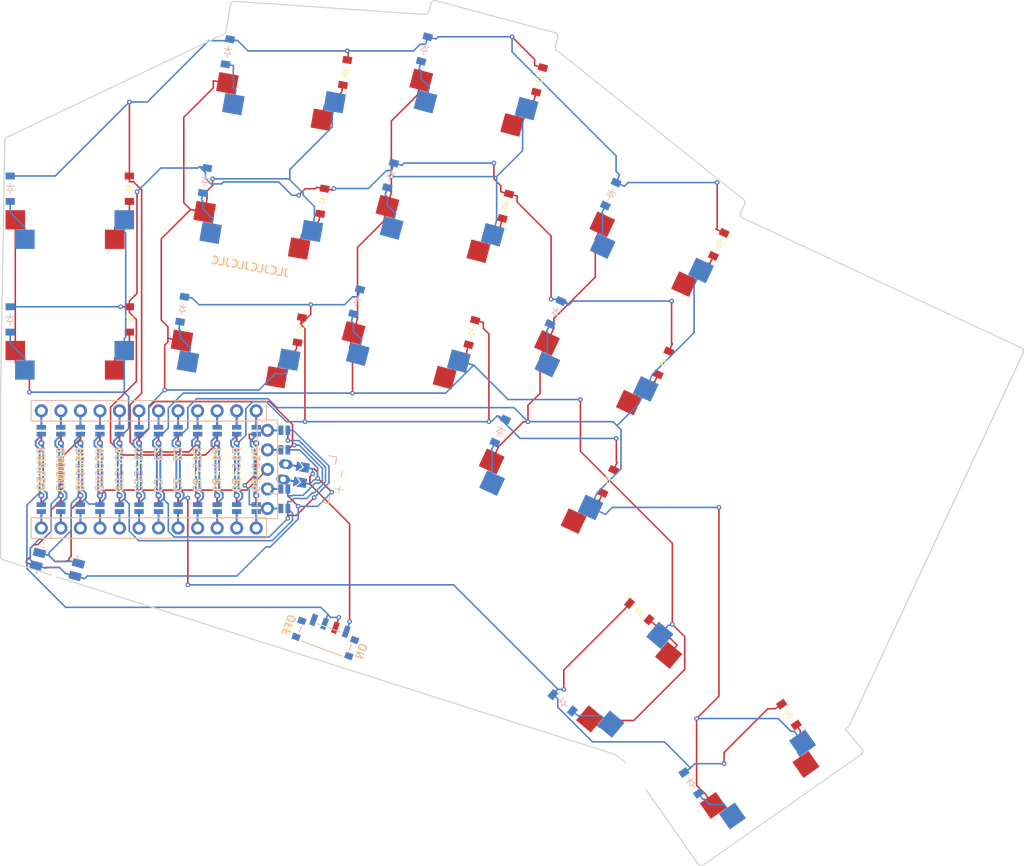
<source format=kicad_pcb>
(kicad_pcb (version 20240108) (generator "pcbnew") (generator_version "8.0")
  (title_block (title "mearchlar_wireless") (date "2025-05-19") (rev "0.2") (company "finn-e"))
  (layers (0 "F.Cu" signal) (31 "B.Cu" signal) (34 "B.Paste" user) (35 "F.Paste" user) (36 "B.SilkS" user "B.Silkscreen") (37 "F.SilkS" user "F.Silkscreen") (38 "B.Mask" user) (39 "F.Mask" user) (44 "Edge.Cuts" user))
  (net 0 "")
  (net 1 "C0")
  (net 2 "pinky_home_B")
  (net 3 "GND")
  (net 4 "pinky_top_B")
  (net 5 "C1")
  (net 6 "ring_bottom_B")
  (net 7 "ring_home_B")
  (net 8 "ring_top_B")
  (net 9 "C2")
  (net 10 "middle_bottom_B")
  (net 11 "middle_home_B")
  (net 12 "middle_top_B")
  (net 13 "C3")
  (net 14 "index_bottom_B")
  (net 15 "index_home_B")
  (net 16 "index_top_B")
  (net 17 "near_home_B")
  (net 18 "far_home_B")
  (net 19 "R1")
  (net 20 "R2")
  (net 21 "R0")
  (net 22 "R3")
  (net 23 "pinky_home_F")
  (net 24 "pinky_top_F")
  (net 25 "ring_bottom_F")
  (net 26 "ring_home_F")
  (net 27 "ring_top_F")
  (net 28 "middle_bottom_F")
  (net 29 "middle_home_F")
  (net 30 "middle_top_F")
  (net 31 "index_bottom_F")
  (net 32 "index_home_F")
  (net 33 "index_top_F")
  (net 34 "near_home_F")
  (net 35 "far_home_F")
  (net 36 "RAW")
  (net 37 "RST")
  (net 38 "VCC")
  (net 39 "P15")
  (net 40 "P14")
  (net 41 "P16")
  (net 42 "P10")
  (net 43 "LED")
  (net 44 "DAT")
  (net 45 "SDA")
  (net 46 "SCL")
  (net 47 "CS")
  (net 48 "P9")
  (net 49 "MCU1_24")
  (net 50 "MCU1_1")
  (net 51 "MCU1_23")
  (net 52 "MCU1_2")
  (net 53 "MCU1_22")
  (net 54 "MCU1_3")
  (net 55 "MCU1_21")
  (net 56 "MCU1_4")
  (net 57 "MCU1_20")
  (net 58 "MCU1_5")
  (net 59 "MCU1_19")
  (net 60 "MCU1_6")
  (net 61 "MCU1_18")
  (net 62 "MCU1_7")
  (net 63 "MCU1_17")
  (net 64 "MCU1_8")
  (net 65 "MCU1_16")
  (net 66 "MCU1_9")
  (net 67 "MCU1_15")
  (net 68 "MCU1_10")
  (net 69 "MCU1_14")
  (net 70 "MCU1_11")
  (net 71 "MCU1_13")
  (net 72 "MCU1_12")
  (net 73 "DISP1_1")
  (net 74 "DISP1_2")
  (net 75 "DISP1_4")
  (net 76 "DISP1_5")
  (net 77 "BAT_P")
  (net 78 "JST1_1")
  (net 79 "JST1_2")
  (footprint "ceoloide:switch_mx" (layer "F.Cu") (at 169.5387 85.2372 155)
    (property "Reference" "S23" (hide yes))
    (property "Value" "")
  )
  (footprint "ceoloide:mounting_hole_npth" (layer "F.Cu") (at 114.6127 73.0663 -10)
    (property "Reference" "MH4" (hide yes))
    (property "Value" "")
  )
  (footprint "ceoloide:battery_connector_jst_ph_2" (layer "F.Cu") (at 127.9113 101.3046 80)
    (property "Reference" "JST1" (hide yes))
    (property "Value" "")
  )
  (footprint "ceoloide:diode_tht_sod123" (layer "F.Cu") (at 193.509 132.8743 -55)
    (property "Reference" "D26" (hide yes))
    (property "Value" "")
  )
  (footprint "ceoloide:diode_tht_sod123" (layer "F.Cu") (at 161.0778 50.3503 -105)
    (property "Reference" "D21" (hide yes))
    (property "Value" "")
  )
  (footprint "ceoloide:reset_switch_smd_side" (layer "F.Cu") (at 98.3694 113.3578 165)
    (property "Reference" "RST1" (hide yes))
    (property "Value" "")
  )
  (footprint "ceoloide:diode_tht_sod123" (layer "F.Cu") (at 107.75 81.5 -90)
    (property "Reference" "D14" (hide yes))
    (property "Value" "")
  )
  (footprint "ceoloide:diode_tht_sod123" (layer "F.Cu") (at 129.8927 82.8686 -100)
    (property "Reference" "D16" (hide yes))
    (property "Value" "")
  )
  (footprint "ceoloide:mounting_hole_npth" (layer "F.Cu") (at 181.1346 121.2852 -25)
    (property "Reference" "MH2" (hide yes))
    (property "Value" "")
  )
  (footprint "ceoloide:diode_tht_sod123" (layer "F.Cu") (at 107.75 64.5 -90)
    (property "Reference" "D15" (hide yes))
    (property "Value" "")
  )
  (footprint "ceoloide:switch_mx" (layer "F.Cu") (at 188.021 138.5483 -145)
    (property "Reference" "S26" (hide yes))
    (property "Value" "")
  )
  (footprint "ceoloide:diode_tht_sod123" (layer "F.Cu") (at 177.1965 87.153 -115)
    (property "Reference" "D23" (hide yes))
    (property "Value" "")
  )
  (footprint "ceoloide:switch_mx" (layer "F.Cu") (at 127.904 49.5165 170)
    (property "Reference" "S18" (hide yes))
    (property "Value" "")
  )
  (footprint "ceoloide:switch_mx" (layer "F.Cu") (at 122 83 170)
    (property "Reference" "S16" (hide yes))
    (property "Value" "")
  )
  (footprint "ceoloide:switch_mx" (layer "F.Cu") (at 144.4038 82.6348 165)
    (property "Reference" "S19" (hide yes))
    (property "Value" "")
  )
  (footprint "ceoloide:diode_tht_sod123" (layer "F.Cu") (at 156.6779 66.771 -105)
    (property "Reference" "D20" (hide yes))
    (property "Value" "")
  )
  (footprint "ceoloide:mounting_hole_npth" (layer "F.Cu") (at 117.5648 56.3246 -10)
    (property "Reference" "MH3" (hide yes))
    (property "Value" "")
  )
  (footprint "ceoloide:diode_tht_sod123" (layer "F.Cu") (at 174.0479 119.4767 -40)
    (property "Reference" "D25" (hide yes))
    (property "Value" "")
  )
  (footprint "ceoloide:diode_tht_sod123" (layer "F.Cu") (at 152.2779 83.1918 -105)
    (property "Reference" "D19" (hide yes))
    (property "Value" "")
  )
  (footprint "ceoloide:mounting_hole_npth" (layer "F.Cu") (at 165.4266 72.6842 -25)
    (property "Reference" "MH5" (hide yes))
    (property "Value" "")
  )
  (footprint "ceoloide:power_switch_smd_side" (layer "F.Cu") (at 133.2321 122.9575 -110)
    (property "Reference" "PWR1" (hide yes))
    (property "Value" "")
  )
  (footprint "ceoloide:mounting_hole_npth" (layer "F.Cu") (at 173.4288 140.9712 35)
    (property "Reference" "MH6" (hide yes))
    (property "Value" "")
  )
  (footprint "ceoloide:switch_mx" (layer "F.Cu") (at 176.7232 69.8299 155)
    (property "Reference" "S24" (hide yes))
    (property "Value" "")
  )
  (footprint "ceoloide:switch_mx" (layer "F.Cu") (at 162.3542 100.6444 155)
    (property "Reference" "S22" (hide yes))
    (property "Value" "")
  )
  (footprint "ceoloide:diode_tht_sod123" (layer "F.Cu") (at 170.012 102.5602 -115)
    (property "Reference" "D22" (hide yes))
    (property "Value" "")
  )
  (footprint "ceoloide:diode_tht_sod123" (layer "F.Cu") (at 184.381 71.7458 -115)
    (property "Reference" "D24" (hide yes))
    (property "Value" "")
  )
  (footprint "ceoloide:diode_tht_sod123" (layer "F.Cu") (at 135.7968 49.3851 -100)
    (property "Reference" "D18" (hide yes))
    (property "Value" "")
  )
  (footprint "ceoloide:diode_tht_sod123" (layer "F.Cu") (at 132.8448 66.1268 -100)
    (property "Reference" "D17" (hide yes))
    (property "Value" "")
  )
  (footprint "ceoloide:switch_mx" (layer "F.Cu") (at 100 83 180)
    (property "Reference" "S14" (hide yes))
    (property "Value" "")
  )
  (footprint "ceoloide:display_nice_view" (layer "F.Cu") (at 109 101 90)
    (property "Reference" "DISP1" (hide yes))
    (property "Value" "")
  )
  (footprint "ceoloide:switch_mx" (layer "F.Cu") (at 124.952 66.2583 170)
    (property "Reference" "S17" (hide yes))
    (property "Value" "")
  )
  (footprint "ceoloide:mounting_hole_npth" (layer "F.Cu") (at 181.6365 129.4303 35)
    (property "Reference" "MH7" (hide yes))
    (property "Value" "")
  )
  (footprint "ceoloide:switch_mx" (layer "F.Cu") (at 148.8037 66.2141 165)
    (property "Reference" "S20" (hide yes))
    (property "Value" "")
  )
  (footprint "ceoloide:mcu_supermini_nrf52840" (layer "F.Cu") (at 109 101 90)
    (property "Reference" "MCU1" (hide yes))
    (property "Value" "")
  )
  (footprint "ceoloide:switch_mx" (layer "F.Cu") (at 153.2036 49.7933 165)
    (property "Reference" "S21" (hide yes))
    (property "Value" "")
  )
  (footprint "ceoloide:switch_mx" (layer "F.Cu") (at 100 66 180)
    (property "Reference" "S15" (hide yes))
    (property "Value" "")
  )
  (footprint "ceoloide:switch_mx" (layer "F.Cu") (at 170.2154 126.3777 -130)
    (property "Reference" "S25" (hide yes))
    (property "Value" "")
  )
  (footprint "ceoloide:mounting_hole_npth" (layer "F.Cu") (at 172.2352 108.0667 -25)
    (property "Reference" "MH1" (hide yes))
    (property "Value" "")
  )
  (footprint "ceoloide:diode_tht_sod123" (layer "B.Cu") (at 137.3061 79.1801 -105)
    (property "Reference" "D6" (hide yes))
    (property "Value" "")
  )
  (footprint "ceoloide:diode_tht_sod123" (layer "B.Cu") (at 120.5323 46.6936 -100)
    (property "Reference" "D5" (hide yes))
    (property "Value" "")
  )
  (footprint "ceoloide:switch_mx" (layer "B.Cu") (at 169.5387 85.2372 155)
    (property "Reference" "S10" (hide yes))
    (property "Value" "")
  )
  (footprint "ceoloide:switch_mx" (layer "B.Cu") (at 124.952 66.2583 170)
    (property "Reference" "S4" (hide yes))
    (property "Value" "")
  )
  (footprint "ceoloide:switch_mx" (layer "B.Cu") (at 122 83 170)
    (property "Reference" "S3" (hide yes))
    (property "Value" "")
  )
  (footprint "ceoloide:diode_tht_sod123" (layer "B.Cu") (at 170.3333 65.1952 -115)
    (property "Reference" "D11" (hide yes))
    (property "Value" "")
  )
  (footprint "ceoloide:diode_tht_sod123" (layer "B.Cu") (at 180.8122 141.7648 -55)
    (property "Reference" "D13" (hide yes))
    (property "Value" "")
  )
  (footprint "ceoloide:switch_mx" (layer "B.Cu") (at 144.4038 82.6348 165)
    (property "Reference" "S6" (hide yes))
    (property "Value" "")
  )
  (footprint "ceoloide:switch_mx" (layer "B.Cu") (at 100 66 180)
    (property "Reference" "S2" (hide yes))
    (property "Value" "")
  )
  (footprint "ceoloide:diode_tht_sod123" (layer "B.Cu") (at 164.0847 131.3503 -40)
    (property "Reference" "D12" (hide yes))
    (property "Value" "")
  )
  (footprint "ceoloide:diode_tht_sod123" (layer "B.Cu") (at 155.9642 96.0096 -115)
    (property "Reference" "D9" (hide yes))
    (property "Value" "")
  )
  (footprint "ceoloide:diode_tht_sod123" (layer "B.Cu") (at 114.6282 80.177 -100)
    (property "Reference" "D3" (hide yes))
    (property "Value" "")
  )
  (footprint "ceoloide:diode_tht_sod123" (layer "B.Cu") (at 117.5802 63.4353 -100)
    (property "Reference" "D4" (hide yes))
    (property "Value" "")
  )
  (footprint "ceoloide:switch_mx" (layer "B.Cu") (at 127.904 49.5165 170)
    (property "Reference" "S5" (hide yes))
    (property "Value" "")
  )
  (footprint "ceoloide:diode_tht_sod123" (layer "B.Cu") (at 163.1488 80.6024 -115)
    (property "Reference" "D10" (hide yes))
    (property "Value" "")
  )
  (footprint "ceoloide:diode_tht_sod123" (layer "B.Cu") (at 92.25 64.5 -90)
    (property "Reference" "D2" (hide yes))
    (property "Value" "")
  )
  (footprint "ceoloide:switch_mx" (layer "B.Cu") (at 170.2154 126.3777 -130)
    (property "Reference" "S12" (hide yes))
    (property "Value" "")
  )
  (footprint "ceoloide:diode_tht_sod123" (layer "B.Cu") (at 141.706 62.7594 -105)
    (property "Reference" "D7" (hide yes))
    (property "Value" "")
  )
  (footprint "ceoloide:diode_tht_sod123" (layer "B.Cu") (at 92.25 81.5 -90)
    (property "Reference" "D1" (hide yes))
    (property "Value" "")
  )
  (footprint "ceoloide:diode_tht_sod123" (layer "B.Cu") (at 146.1059 46.3386 -105)
    (property "Reference" "D8" (hide yes))
    (property "Value" "")
  )
  (footprint "ceoloide:switch_mx" (layer "B.Cu") (at 176.7232 69.8299 155)
    (property "Reference" "S11" (hide yes))
    (property "Value" "")
  )
  (footprint "ceoloide:switch_mx" (layer "B.Cu") (at 148.8037 66.2141 165)
    (property "Reference" "S7" (hide yes))
    (property "Value" "")
  )
  (footprint "ceoloide:switch_mx" (layer "B.Cu") (at 162.3542 100.6444 155)
    (property "Reference" "S9" (hide yes))
    (property "Value" "")
  )
  (footprint "ceoloide:switch_mx" (layer "B.Cu") (at 100 83 180)
    (property "Reference" "S1" (hide yes))
    (property "Value" "")
  )
  (footprint "ceoloide:switch_mx" (layer "B.Cu") (at 153.2036 49.7933 165)
    (property "Reference" "S8" (hide yes))
    (property "Value" "")
  )
  (footprint "ceoloide:switch_mx" (layer "B.Cu") (at 188.021 138.5483 -145)
    (property "Reference" "S13" (hide yes))
    (property "Value" "")
  )
  (gr_line (start 163.442909 44.823115) (end 163.135189 45.971542) (stroke (width 0.15)) (layer "Edge.Cuts"))
  (gr_arc (start 187.620104 65.91581) (mid 187.79485 66.192373) (end 187.761176 66.517765) (stroke (width 0.15)) (layer "Edge.Cuts"))
  (gr_line (start 91 112.284329) (end 91 91.274123) (stroke (width 0.15)) (layer "Edge.Cuts"))
  (gr_line (start 91.000068 91.265873) (end 91.544883 58.250115) (stroke (width 0.15)) (layer "Edge.Cuts"))
  (gr_line (start 201.212009 134.47843) (end 200.805688 134.762939) (stroke (width 0.15)) (layer "Edge.Cuts"))
  (gr_line (start 163.306069 46.491598) (end 187.620105 65.91581) (stroke (width 0.15)) (layer "Edge.Cuts"))
  (gr_arc (start 120.288969 44.042126) (mid 120.194379 44.258182) (end 120.011276 44.406854) (stroke (width 0.15)) (layer "Edge.Cuts"))
  (gr_arc (start 91.348475 112.760816) (mid 91.096404 112.57949) (end 91 112.284329) (stroke (width 0.15)) (layer "Edge.Cuts"))
  (gr_arc (start 146.6842 41.475874) (mid 146.49182 41.753399) (end 146.1669 41.845285) (stroke (width 0.15)) (layer "Edge.Cuts"))
  (gr_line (start 146.6842 41.475874) (end 146.97001 40.409215) (stroke (width 0.15)) (layer "Edge.Cuts"))
  (gr_arc (start 182.38488 152.428173) (mid 182.011272 152.510996) (end 181.688516 152.305386) (stroke (width 0.15)) (layer "Edge.Cuts"))
  (gr_line (start 187.240642 67.634052) (end 187.761176 66.517765) (stroke (width 0.15)) (layer "Edge.Cuts"))
  (gr_arc (start 172.625965 139.397557) (mid 172.677941 139.44571) (end 172.722594 139.500723) (stroke (width 0.15)) (layer "Edge.Cuts"))
  (gr_line (start 91.830104 57.806812) (end 120.011276 44.406854) (stroke (width 0.15)) (layer "Edge.Cuts"))
  (gr_arc (start 91.544883 58.250115) (mid 91.624344 57.98784) (end 91.830104 57.806812) (stroke (width 0.15)) (layer "Edge.Cuts"))
  (gr_line (start 170.906304 138.060501) (end 91.348475 112.760816) (stroke (width 0.15)) (layer "Edge.Cuts"))
  (gr_line (start 181.688516 152.305386) (end 172.722594 139.500723) (stroke (width 0.15)) (layer "Edge.Cuts"))
  (gr_arc (start 223.715766 85.194371) (mid 223.97431 85.47651) (end 223.957611 85.858834) (stroke (width 0.15)) (layer "Edge.Cuts"))
  (gr_arc (start 163.089356 44.210742) (mid 163.392929 44.443713) (end 163.442909 44.823115) (stroke (width 0.15)) (layer "Edge.Cuts"))
  (gr_arc (start 91 91.274123) (mid 91.000017 91.269998) (end 91.000068 91.265873) (stroke (width 0.15)) (layer "Edge.Cuts"))
  (gr_line (start 187.482487 68.298515) (end 223.715766 85.194371) (stroke (width 0.15)) (layer "Edge.Cuts"))
  (gr_arc (start 202.997243 137.326011) (mid 203.113202 137.713889) (end 202.90401 138.060524) (stroke (width 0.15)) (layer "Edge.Cuts"))
  (gr_line (start 172.625965 139.397557) (end 171.067726 138.147034) (stroke (width 0.15)) (layer "Edge.Cuts"))
  (gr_arc (start 120.903925 40.554538) (mid 121.088296 40.247558) (end 121.430666 40.142542) (stroke (width 0.15)) (layer "Edge.Cuts"))
  (gr_line (start 121.430666 40.142542) (end 146.1669 41.845285) (stroke (width 0.15)) (layer "Edge.Cuts"))
  (gr_arc (start 201.378374 134.280163) (mid 201.308251 134.390257) (end 201.212008 134.47843) (stroke (width 0.15)) (layer "Edge.Cuts"))
  (gr_arc (start 163.306069 46.491598) (mid 163.143177 46.25703) (end 163.135189 45.971542) (stroke (width 0.15)) (layer "Edge.Cuts"))
  (gr_arc (start 146.97001 40.409215) (mid 147.202968 40.105583) (end 147.582383 40.055661) (stroke (width 0.15)) (layer "Edge.Cuts"))
  (gr_arc (start 187.482487 68.298515) (mid 187.223976 68.016373) (end 187.240642 67.634052) (stroke (width 0.15)) (layer "Edge.Cuts"))
  (gr_arc (start 170.906304 138.060501) (mid 170.991013 138.09631) (end 171.067726 138.147034) (stroke (width 0.15)) (layer "Edge.Cuts"))
  (gr_line (start 120.288969 44.042126) (end 120.903925 40.554537) (stroke (width 0.15)) (layer "Edge.Cuts"))
  (gr_line (start 200.805688 134.762939) (end 202.997243 137.326011) (stroke (width 0.15)) (layer "Edge.Cuts"))
  (gr_line (start 147.582383 40.055661) (end 163.089356 44.210742) (stroke (width 0.15)) (layer "Edge.Cuts"))
  (gr_line (start 202.90401 138.060524) (end 182.38488 152.428173) (stroke (width 0.15)) (layer "Edge.Cuts"))
  (gr_line (start 223.957611 85.858834) (end 201.378374 134.280163) (stroke (width 0.15)) (layer "Edge.Cuts"))
  (gr_text "JLCJLCJLCJLC" (at 123.47601 74.629134 -10) (layer "B.SilkS") (effects (font (size 1 1)) (justify mirror)))
  (gr_text "JLCJLCJLCJLC" (at 123.47601 74.629134 -10) (layer "F.SilkS") (effects (font (size 1 1))))
  (segment (start 92.915 85.54) (end 92.915 87.0917) (width 0.2) (layer "F.Cu") (net 1))
  (segment (start 94.7493 88.926) (end 94.7493 90.9564) (width 0.2) (layer "F.Cu") (net 1))
  (segment (start 106.46 105.58) (end 106.46 104.4) (width 0.25) (layer "F.Cu") (net 1))
  (segment (start 92.915 68.54) (end 92.915 85.54) (width 0.2) (layer "F.Cu") (net 1))
  (segment (start 92.915 87.0917) (end 94.7493 88.926) (width 0.2) (layer "F.Cu") (net 1))
  (via (at 94.7493 90.9564) (size 0.6) (drill 0.3) (layers "F.Cu" "B.Cu") (net 1))
  (segment (start 106.24 103.8266) (end 106.24 104.18) (width 0.25) (layer "B.Cu") (net 1))
  (segment (start 106.46 96.225) (end 106.46 96.42) (width 0.25) (layer "B.Cu") (net 1))
  (segment (start 107.085 70.0917) (end 107.2697 70.2764) (width 0.2) (layer "B.Cu") (net 1))
  (segment (start 106.24 98.4053) (end 106.24 103.8266) (width 0.25) (layer "B.Cu") (net 1))
  (segment (start 107.2697 83.8036) (end 107.085 83.9883) (width 0.2) (layer "B.Cu") (net 1))
  (segment (start 106.46 96.5747) (end 106.4425 96.5922) (width 0.25) (layer "B.Cu") (net 1))
  (segment (start 107.6494 95.6933) (end 107.6494 91.5208) (width 0.2) (layer "B.Cu") (net 1))
  (segment (start 107.085 85.54) (end 107.085 87.0917) (width 0.2) (layer "B.Cu") (net 1))
  (segment (start 105.735 97.2997) (end 105.735 97.9003) (width 0.25) (layer "B.Cu") (net 1))
  (segment (start 105.735 97.9003) (end 106.24 98.4053) (width 0.25) (layer "B.Cu") (net 1))
  (segment (start 106.4425 96.5922) (end 106.7505 96.5922) (width 0.2) (layer "B.Cu") (net 1))
  (segment (start 107.085 90.9564) (end 107.085 87.0917) (width 0.2) (layer "B.Cu") (net 1))
  (segment (start 107.2697 70.2764) (end 107.2697 83.8036) (width 0.2) (layer "B.Cu") (net 1))
  (segment (start 106.7505 96.5922) (end 107.6494 95.6933) (width 0.2) (layer "B.Cu") (net 1))
  (segment (start 106.46 96.42) (end 106.46 96.5747) (width 0.25) (layer "B.Cu") (net 1))
  (segment (start 107.085 85.54) (end 107.085 83.9883) (width 0.2) (layer "B.Cu") (net 1))
  (segment (start 107.085 68.54) (end 107.085 70.0917) (width 0.2) (layer "B.Cu") (net 1))
  (segment (start 107.6494 91.5208) (end 107.085 90.9564) (width 0.2) (layer "B.Cu") (net 1))
  (segment (start 106.4425 96.5922) (end 105.735 97.2997) (width 0.25) (layer "B.Cu") (net 1))
  (segment (start 106.24 103.8266) (end 106.46 104.0466) (width 0.2) (layer "B.Cu") (net 1))
  (segment (start 106.46 104.0466) (end 106.46 104.4) (width 0.2) (layer "B.Cu") (net 1))
  (segment (start 107.085 90.9564) (end 94.7493 90.9564) (width 0.2) (layer "B.Cu") (net 1))
  (segment (start 92.25 84.6203) (end 94.158 86.5283) (width 0.2) (layer "B.Cu") (net 2))
  (segment (start 92.25 83.15) (end 92.25 84.6203) (width 0.2) (layer "B.Cu") (net 2))
  (segment (start 94.158 88.08) (end 94.158 86.5283) (width 0.2) (layer "B.Cu") (net 2))
  (segment (start 95.6138 113.4994) (end 96.8614 113.8337) (width 0.2) (layer "F.Cu") (net 3))
  (segment (start 97.57 109.0476) (end 95.8306 110.787) (width 0.2) (layer "F.Cu") (net 3))
  (segment (start 100.685 114.8582) (end 99.4375 114.5239) (width 0.2) (layer "F.Cu") (net 3))
  (segment (start 101.38 97.01) (end 101.38 97.6) (width 0.25) (layer "F.Cu") (net 3))
  (segment (start 95.3412 110.787) (end 94.8701 111.2581) (width 0.2) (layer "F.Cu") (net 3))
  (segment (start 103.92 96.42) (end 103.92 97.6) (width 0.25) (layer "F.Cu") (net 3))
  (segment (start 94.8701 112.3577) (end 94.3663 112.8615) (width 0.2) (layer "F.Cu") (net 3))
  (segment (start 94.8701 111.2581) (end 94.8701 112.3577) (width 0.2) (layer "F.Cu") (net 3))
  (segment (start 131.7913 100.9321) (end 132.1897 101.3305) (width 0.2) (layer "F.Cu") (net 3))
  (segment (start 98.84 99.55) (end 98.84 104.4) (width 0.2) (layer "F.Cu") (net 3))
  (segment (start 132.2833 102.1739) (end 132.2467 102.1739) (width 0.2) (layer "F.Cu") (net 3))
  (segment (start 95.8306 110.787) (end 95.3412 110.787) (width 0.2) (layer "F.Cu") (net 3))
  (segment (start 131.5582 100.9321) (end 131.7913 100.9321) (width 0.2) (layer "F.Cu") (net 3))
  (segment (start 101.38 96.42) (end 101.38 97.01) (width 0.25) (layer "F.Cu") (net 3))
  (segment (start 128.35 104.3408) (end 128.35 104.4402) (width 0.2) (layer "F.Cu") (net 3))
  (segment (start 101.38 97.01) (end 98.84 99.55) (width 0.2) (layer "F.Cu") (net 3))
  (segment (start 98.84 104.99) (end 97.57 106.26) (width 0.2) (layer "F.Cu") (net 3))
  (segment (start 96.8614 113.8336) (end 96.8614 113.8337) (width 0.2) (layer "F.Cu") (net 3))
  (segment (start 97.57 106.26) (end 97.57 109.0476) (width 0.2) (layer "F.Cu") (net 3))
  (segment (start 98.84 105.58) (end 98.84 104.99) (width 0.25) (layer "F.Cu") (net 3))
  (segment (start 132.1897 102.1169) (end 132.2467 102.1739) (width 0.2) (layer "F.Cu") (net 3))
  (segment (start 132.1897 101.3305) (end 132.1897 102.1169) (width 0.2) (layer "F.Cu") (net 3))
  (segment (start 96.945 113.75) (end 96.8614 113.8336) (width 0.2) (layer "F.Cu") (net 3))
  (segment (start 130.8582 100.8088) (end 131.5582 100.9322) (width 0.2) (layer "F.Cu") (net 3))
  (segment (start 128.35 104.4402) (end 128.35 104.4417) (width 0.2) (layer "F.Cu") (net 3))
  (segment (start 134.0633 103.9539) (end 132.2833 102.1739) (width 0.2) (layer "F.Cu") (net 3))
  (segment (start 128.35 104.4417) (end 129.6865 105.7782) (width 0.2) (layer "F.Cu") (net 3))
  (segment (start 128.35 103.54) (end 128.35 104.3408) (width 0.2) (layer "F.Cu") (net 3))
  (segment (start 132.2467 102.1739) (end 132.2451 102.1739) (width 0.2) (layer "F.Cu") (net 3))
  (segment (start 98.6636 113.75) (end 96.945 113.75) (width 0.2) (layer "F.Cu") (net 3))
  (segment (start 95.6138 113.4994) (end 94.3663 113.1651) (width 0.2) (layer "F.Cu") (net 3))
  (segment (start 99.4375 114.5239) (end 98.6636 113.75) (width 0.2) (layer "F.Cu") (net 3))
  (segment (start 98.84 104.99) (end 98.84 104.4) (width 0.25) (layer "F.Cu") (net 3))
  (segment (start 94.3663 112.8615) (end 94.3663 113.1651) (width 0.2) (layer "F.Cu") (net 3))
  (segment (start 131.5582 100.9322) (end 131.5582 100.9321) (width 0.2) (layer "F.Cu") (net 3))
  (via (at 134.0633 103.9539) (size 0.6) (drill 0.3) (layers "F.Cu" "B.Cu") (net 3))
  (via (at 129.6865 105.7782) (size 0.6) (drill 0.3) (layers "F.Cu" "B.Cu") (net 3))
  (via (at 132.2451 102.1739) (size 0.6) (drill 0.3) (layers "F.Cu" "B.Cu") (net 3))
  (segment (start 103.92 105.775) (end 103.92 105.58) (width 0.25) (layer "B.Cu") (net 3))
  (segment (start 101.61 98.1835) (end 101.61 97.83) (width 0.25) (layer "B.Cu") (net 3))
  (segment (start 132.2292 102.1739) (end 132.1033 102.1739) (width 0.2) (layer "B.Cu") (net 3))
  (segment (start 101.61 98.1835) (end 101.38 97.9535) (width 0.2) (layer "B.Cu") (net 3))
  (segment (start 130.5109 102.7784) (end 131.2109 102.9018) (width 0.2) (layer "B.Cu") (net 3))
  (segment (start 103.92 105.425) (end 104.645 104.7) (width 0.25) (layer "B.Cu") (net 3))
  (segment (start 121.7231 114.8582) (end 125.4895 111.0918) (width 0.2) (layer "B.Cu") (net 3))
  (segment (start 94.8517 111.2419) (end 94.8517 112.7373) (width 0.2) (layer "B.Cu") (net 3))
  (segment (start 101.38 97.9535) (end 101.38 97.6) (width 0.2) (layer "B.Cu") (net 3))
  (segment (start 102.2667 114.8582) (end 121.7231 114.8582) (width 0.2) (layer "B.Cu") (net 3))
  (segment (start 102.5075 105.5025) (end 101.905 104.9) (width 0.2) (layer "B.Cu") (net 3))
  (segment (start 97.57 109.0476) (end 96.5524 110.0652) (width 0.2) (layer "B.Cu") (net 3))
  (segment (start 132.1033 102.1739) (end 131.9599 102.3173) (width 0.2) (layer "B.Cu") (net 3))
  (segment (start 97.57 105.4933) (end 97.57 109.0476) (width 0.2) (layer "B.Cu") (net 3))
  (segment (start 132.2292 100.8123) (end 132.2292 102.1739) (width 0.2) (layer "B.Cu") (net 3))
  (segment (start 102.105 104.1) (end 101.61 103.605) (width 0.25) (layer "B.Cu") (net 3))
  (segment (start 103.92 105.5025) (end 102.5075 105.5025) (width 0.2) (layer "B.Cu") (net 3))
  (segment (start 104.645 104.7) (end 104.645 104.1) (width 0.25) (layer "B.Cu") (net 3))
  (segment (start 96.9449 113.7501) (end 98.6637 113.7501) (width 0.2) (layer "B.Cu") (net 3))
  (segment (start 134.0633 103.9539) (end 132.2188 105.7984) (width 0.2) (layer "B.Cu") (net 3))
  (segment (start 132.2188 105.7984) (end 129.7083 105.7984) (width 0.2) (layer "B.Cu") (net 3))
  (segment (start 103.92 105.5025) (end 103.92 105.425) (width 0.25) (layer "B.Cu") (net 3))
  (segment (start 101.9325 115.1925) (end 101.9325 115.1924) (width 0.2) (layer "B.Cu") (net 3))
  (segment (start 98.115 97.9003) (end 98.62 98.4053) (width 0.25) (layer "B.Cu") (net 3))
  (segment (start 101.61 103.605) (end 101.61 98.1835) (width 0.25) (layer "B.Cu") (net 3))
  (segment (start 100.685 114.8582) (end 101.9325 115.1925) (width 0.2) (layer "B.Cu") (net 3))
  (segment (start 101.38 105.425) (end 101.905 104.9) (width 0.25) (layer "B.Cu") (net 3))
  (segment (start 103.92 105.58) (end 103.92 105.5025) (width 0.25) (layer "B.Cu") (net 3))
  (segment (start 96.8614 113.8337) (end 96.8614 113.8336) (width 0.2) (layer "B.Cu") (net 3))
  (segment (start 98.6633 104.4) (end 97.57 105.4933) (width 0.2) (layer "B.Cu") (net 3))
  (segment (start 98.62 98.4053) (end 98.62 103.8266) (width 0.25) (layer "B.Cu") (net 3))
  (segment (start 128.35 98.46) (end 129.8769 98.46) (width 0.2) (layer "B.Cu") (net 3))
  (segment (start 96.0284 110.0652) (end 94.8517 111.2419) (width 0.2) (layer "B.Cu") (net 3))
  (segment (start 98.6637 113.7501) (end 99.4375 114.5239) (width 0.2) (layer "B.Cu") (net 3))
  (segment (start 101.9325 115.1924) (end 102.2667 114.8582) (width 0.2) (layer "B.Cu") (net 3))
  (segment (start 132.2451 102.1739) (end 132.2292 102.1739) (width 0.2) (layer "B.Cu") (net 3))
  (segment (start 129.6881 105.7782) (end 129.6865 105.7782) (width 0.2) (layer "B.Cu") (net 3))
  (segment (start 129.7083 107.441) (end 129.7083 105.7984) (width 0.2) (layer "B.Cu") (net 3))
  (segment (start 100.685 114.8582) (end 99.4375 114.5239) (width 0.2) (layer "B.Cu") (net 3))
  (segment (start 131.9599 102.3173) (end 131.7953 102.3173) (width 0.2) (layer "B.Cu") (net 3))
  (segment (start 96.8614 113.8336) (end 96.9449 113.7501) (width 0.2) (layer "B.Cu") (net 3))
  (segment (start 101.38 105.58) (end 101.38 105.425) (width 0.25) (layer "B.Cu") (net 3))
  (segment (start 98.115 97.2997) (end 98.115 97.9003) (width 0.25) (layer "B.Cu") (net 3))
  (segment (start 98.84 96.42) (end 98.84 96.5747) (width 0.25) (layer "B.Cu") (net 3))
  (segment (start 96.5524 110.0652) (end 96.0284 110.0652) (width 0.2) (layer "B.Cu") (net 3))
  (segment (start 98.62 103.8266) (end 98.84 104.0466) (width 0.2) (layer "B.Cu") (net 3))
  (segment (start 125.4895 111.0918) (end 126.0575 111.0918) (width 0.2) (layer "B.Cu") (net 3))
  (segment (start 131.2109 102.9017) (end 131.2109 102.9018) (width 0.2) (layer "B.Cu") (net 3))
  (segment (start 98.84 104.0466) (end 98.84 104.4) (width 0.2) (layer "B.Cu") (net 3))
  (segment (start 95.6138 113.4994) (end 96.8614 113.8337) (width 0.2) (layer "B.Cu") (net 3))
  (segment (start 129.7083 105.7984) (end 129.6881 105.7782) (width 0.2) (layer "B.Cu") (net 3))
  (segment (start 101.905 104.9) (end 102.105 104.7) (width 0.25) (layer "B.Cu") (net 3))
  (segment (start 104.645 104.1) (end 104.15 103.605) (width 0.25) (layer "B.Cu") (net 3))
  (segment (start 98.62 103.8266) (end 98.62 104.18) (width 0.25) (layer "B.Cu") (net 3))
  (segment (start 101.38 105.775) (end 101.38 105.58) (width 0.25) (layer "B.Cu") (net 3))
  (segment (start 98.84 96.225) (end 98.84 96.42) (width 0.25) (layer "B.Cu") (net 3))
  (segment (start 98.84 104.4) (end 98.6633 104.4) (width 0.2) (layer "B.Cu") (net 3))
  (segment (start 126.0575 111.0918) (end 129.7083 107.441) (width 0.2) (layer "B.Cu") (net 3))
  (segment (start 102.105 104.7) (end 102.105 104.1) (width 0.25) (layer "B.Cu") (net 3))
  (segment (start 104.15 98.1835) (end 104.15 97.83) (width 0.25) (layer "B.Cu") (net 3))
  (segment (start 103.92 97.9535) (end 103.92 97.6) (width 0.2) (layer "B.Cu") (net 3))
  (segment (start 94.8517 112.7373) (end 95.6138 113.4994) (width 0.2) (layer "B.Cu") (net 3))
  (segment (start 98.84 96.5747) (end 98.115 97.2997) (width 0.25) (layer "B.Cu") (net 3))
  (segment (start 104.15 103.605) (end 104.15 98.1835) (width 0.25) (layer "B.Cu") (net 3))
  (segment (start 129.8769 98.46) (end 132.2292 100.8123) (width 0.2) (layer "B.Cu") (net 3))
  (segment (start 131.7953 102.3173) (end 131.2109 102.9017) (width 0.2) (layer "B.Cu") (net 3))
  (segment (start 104.15 98.1835) (end 103.92 97.9535) (width 0.2) (layer "B.Cu") (net 3))
  (segment (start 92.25 66.15) (end 92.25 67.6203) (width 0.2) (layer "B.Cu") (net 4))
  (segment (start 94.158 71.08) (end 94.158 69.5283) (width 0.2) (layer "B.Cu") (net 4))
  (segment (start 92.25 67.6203) (end 94.158 69.5283) (width 0.2) (layer "B.Cu") (net 4))
  (segment (start 117.5336 67.5294) (end 117.8513 65.7274) (width 0.2) (layer "F.Cu") (net 5))
  (segment (start 109 105.58) (end 109 104.4) (width 0.25) (layer "F.Cu") (net 5))
  (segment (start 118.5612 64.074) (end 118.5612 63.2176) (width 0.2) (layer "F.Cu") (net 5))
  (segment (start 112.3392 84.8404) (end 112.3392 90.6776) (width 0.2) (layer "F.Cu") (net 5))
  (segment (start 112.7593 82.4488) (end 112.7593 83.9499) (width 0.2) (layer "F.Cu") (net 5))
  (segment (start 114.8235 55.2211) (end 114.8235 66.3203) (width 0.2) (layer "F.Cu") (net 5))
  (segment (start 117.8512 65.7274) (end 117.8512 64.784) (width 0.2) (layer "F.Cu") (net 5))
  (segment (start 118.6633 51.3813) (end 114.8235 55.2211) (width 0.2) (layer "F.Cu") (net 5))
  (segment (start 117.8513 65.7274) (end 117.8512 65.7274) (width 0.2) (layer "F.Cu") (net 5))
  (segment (start 112.7593 83.9499) (end 112.7593 84.4203) (width 0.2) (layer "F.Cu") (net 5))
  (segment (start 118.6633 50.4664) (end 118.6633 51.3813) (width 0.2) (layer "F.Cu") (net 5))
  (segment (start 115.7113 67.2081) (end 111.8939 71.0255) (width 0.2) (layer "F.Cu") (net 5))
  (segment (start 111.8939 81.5834) (end 112.7593 82.4488) (width 0.2) (layer "F.Cu") (net 5))
  (segment (start 114.8235 66.3203) (end 115.7113 67.2081) (width 0.2) (layer "F.Cu") (net 5))
  (segment (start 117.8512 64.784) (end 118.5612 64.074) (width 0.2) (layer "F.Cu") (net 5))
  (segment (start 114.5816 84.2711) (end 112.7593 83.9499) (width 0.2) (layer "F.Cu") (net 5))
  (segment (start 120.4856 50.7876) (end 118.6633 50.4664) (width 0.2) (layer "F.Cu") (net 5))
  (segment (start 111.8939 71.0255) (end 111.8939 81.5834) (width 0.2) (layer "F.Cu") (net 5))
  (segment (start 117.5336 67.5294) (end 115.7113 67.2082) (width 0.2) (layer "F.Cu") (net 5))
  (segment (start 115.7113 67.2081) (end 115.7113 67.2082) (width 0.2) (layer "F.Cu") (net 5))
  (segment (start 112.7593 84.4203) (end 112.3392 84.8404) (width 0.2) (layer "F.Cu") (net 5))
  (via (at 118.5612 63.2176) (size 0.6) (drill 0.3) (layers "F.Cu" "B.Cu") (net 5))
  (via (at 112.3392 90.6776) (size 0.6) (drill 0.3) (layers "F.Cu" "B.Cu") (net 5))
  (segment (start 112.3392 90.6776) (end 110.27 92.7468) (width 0.2) (layer "B.Cu") (net 5))
  (segment (start 109.6554 96.225) (end 109 96.225) (width 0.2) (layer "B.Cu") (net 5))
  (segment (start 128.6126 61.9953) (end 134.1227 56.4852) (width 0.2) (layer "B.Cu") (net 5))
  (segment (start 134.1227 56.4852) (end 134.1227 55.0502) (width 0.2) (layer "B.Cu") (net 5))
  (segment (start 128.5363 86.7317) (end 128.2186 88.5337) (width 0.2) (layer "B.Cu") (net 5))
  (segment (start 130.3652 65.3719) (end 130.3652 65.108) (width 0.2) (layer "B.Cu") (net 5))
  (segment (start 134.1227 55.0502) (end 134.1226 55.0502) (width 0.2) (layer "B.Cu") (net 5))
  (segment (start 128.2186 88.5337) (end 126.7343 88.5337) (width 0.2) (layer "B.Cu") (net 5))
  (segment (start 126.7343 88.5337) (end 124.5904 90.6776) (width 0.2) (layer "B.Cu") (net 5))
  (segment (start 109 104.0466) (end 109 104.4) (width 0.2) (layer "B.Cu") (net 5))
  (segment (start 108.275 97.2997) (end 108.275 97.9003) (width 0.25) (layer "B.Cu") (net 5))
  (segment (start 130.3652 65.108) (end 128.6126 63.3554) (width 0.2) (layer "B.Cu") (net 5))
  (segment (start 128.6126 63.2176) (end 118.5612 63.2176) (width 0.2) (layer "B.Cu") (net 5))
  (segment (start 124.5904 90.6776) (end 112.3392 90.6776) (width 0.2) (layer "B.Cu") (net 5))
  (segment (start 109 96.225) (end 109 96.42) (width 0.25) (layer "B.Cu") (net 5))
  (segment (start 131.806 66.8127) (end 130.3652 65.3719) (width 0.2) (layer "B.Cu") (net 5))
  (segment (start 108.78 103.8266) (end 109 104.0466) (width 0.2) (layer "B.Cu") (net 5))
  (segment (start 128.6126 63.3554) (end 128.6126 63.2176) (width 0.2) (layer "B.Cu") (net 5))
  (segment (start 109 96.5747) (end 108.275 97.2997) (width 0.25) (layer "B.Cu") (net 5))
  (segment (start 109 96.42) (end 109 96.5747) (width 0.25) (layer "B.Cu") (net 5))
  (segment (start 131.4883 69.99) (end 131.806 68.188) (width 0.2) (layer "B.Cu") (net 5))
  (segment (start 108.78 98.4053) (end 108.78 103.8266) (width 0.25) (layer "B.Cu") (net 5))
  (segment (start 134.4403 53.2482) (end 134.1226 55.0502) (width 0.2) (layer "B.Cu") (net 5))
  (segment (start 108.275 97.9003) (end 108.78 98.4053) (width 0.25) (layer "B.Cu") (net 5))
  (segment (start 110.27 92.7468) (end 110.27 95.6104) (width 0.2) (layer "B.Cu") (net 5))
  (segment (start 108.78 103.8266) (end 108.78 104.18) (width 0.25) (layer "B.Cu") (net 5))
  (segment (start 128.6126 63.2176) (end 128.6126 61.9953) (width 0.2) (layer "B.Cu") (net 5))
  (segment (start 131.806 68.188) (end 131.806 66.8127) (width 0.2) (layer "B.Cu") (net 5))
  (segment (start 110.27 95.6104) (end 109.6554 96.225) (width 0.2) (layer "B.Cu") (net 5))
  (segment (start 114.3417 83.8459) (end 115.6822 85.1864) (width 0.2) (layer "B.Cu") (net 6))
  (segment (start 115.3646 86.9884) (end 115.6823 85.1864) (width 0.2) (layer "B.Cu") (net 6))
  (segment (start 115.6822 85.1864) (end 115.6823 85.1864) (width 0.2) (layer "B.Cu") (net 6))
  (segment (start 114.3417 82.857) (end 114.3417 83.8459) (width 0.2) (layer "B.Cu") (net 6))
  (segment (start 114.3417 81.8019) (end 114.1836 82.6989) (width 0.2) (layer "B.Cu") (net 6))
  (segment (start 114.1836 82.6989) (end 114.3417 82.857) (width 0.2) (layer "B.Cu") (net 6))
  (segment (start 117.1356 65.9572) (end 117.2937 66.1153) (width 0.2) (layer "B.Cu") (net 7))
  (segment (start 117.2937 67.1042) (end 118.6342 68.4447) (width 0.2) (layer "B.Cu") (net 7))
  (segment (start 117.2937 66.1153) (end 117.2937 67.1042) (width 0.2) (layer "B.Cu") (net 7))
  (segment (start 118.6342 68.4447) (end 118.6343 68.4447) (width 0.2) (layer "B.Cu") (net 7))
  (segment (start 118.3166 70.2467) (end 118.6343 68.4447) (width 0.2) (layer "B.Cu") (net 7))
  (segment (start 117.2937 65.0602) (end 117.1356 65.9572) (width 0.2) (layer "B.Cu") (net 7))
  (segment (start 121.2644 48.4981) (end 121.2644 49.3371) (width 0.2) (layer "B.Cu") (net 8))
  (segment (start 120.2458 48.3185) (end 121.2644 48.4981) (width 0.2) (layer "B.Cu") (net 8))
  (segment (start 121.2686 53.5049) (end 121.5863 51.7029) (width 0.2) (layer "B.Cu") (net 8))
  (segment (start 121.2644 49.3371) (end 121.2686 49.3413) (width 0.2) (layer "B.Cu") (net 8))
  (segment (start 121.5862 51.7029) (end 121.5863 51.7029) (width 0.2) (layer "B.Cu") (net 8))
  (segment (start 121.2686 51.3853) (end 121.5862 51.7029) (width 0.2) (layer "B.Cu") (net 8))
  (segment (start 121.2686 49.3413) (end 121.2686 51.3853) (width 0.2) (layer "B.Cu") (net 8))
  (segment (start 169.7825 133.6427) (end 173.334 133.6427) (width 0.2) (layer "F.Cu") (net 9))
  (segment (start 178.3447 110.5923) (end 166.3943 98.6419) (width 0.2) (layer "F.Cu") (net 9))
  (segment (start 141.3027 66.8338) (end 141.8136 64.9269) (width 0.2) (layer "F.Cu") (net 9))
  (segment (start 141.3027 66.8338) (end 140.7918 68.7407) (width 0.2) (layer "F.Cu") (net 9))
  (segment (start 111.54 105.58) (end 111.54 104.4) (width 0.25) (layer "F.Cu") (net 9))
  (segment (start 136.9028 83.2545) (end 137.4137 81.3476) (width 0.2) (layer "F.Cu") (net 9))
  (segment (start 168.9013 134.5239) (end 169.7825 133.6427) (width 0.2) (layer "F.Cu") (net 9))
  (segment (start 136.7593 85.5288) (end 136.7593 91.0793) (width 0.2) (layer "F.Cu") (net 9))
  (segment (start 140.7917 68.7407) (end 140.7918 68.7407) (width 0.2) (layer "F.Cu") (net 9))
  (segment (start 137.4137 72.1187) (end 140.7917 68.7407) (width 0.2) (layer "F.Cu") (net 9))
  (segment (start 179.9564 122.7488) (end 178.3447 121.1371) (width 0.2) (layer "F.Cu") (net 9))
  (segment (start 145.1917 52.3199) (end 145.1916 52.3199) (width 0.2) (layer "F.Cu") (net 9))
  (segment (start 178.3447 121.1371) (end 178.3447 110.5923) (width 0.2) (layer "F.Cu") (net 9))
  (segment (start 166.3943 98.6419) (end 166.3943 91.9129) (width 0.2) (layer "F.Cu") (net 9))
  (segment (start 137.4137 81.3476) (end 137.4137 72.1187) (width 0.2) (layer "F.Cu") (net 9))
  (segment (start 136.9028 83.2545) (end 136.3919 85.1614) (width 0.2) (layer "F.Cu") (net 9))
  (segment (start 145.7026 50.413) (end 145.1917 52.3199) (width 0.2) (layer "F.Cu") (net 9))
  (segment (start 141.8136 55.6979) (end 141.8136 62.9253) (width 0.2) (layer "F.Cu") (net 9))
  (segment (start 173.334 133.6427) (end 179.9564 127.0203) (width 0.2) (layer "F.Cu") (net 9))
  (segment (start 167.607 133.4378) (end 168.9013 134.5239) (width 0.2) (layer "F.Cu") (net 9))
  (segment (start 179.9564 127.0203) (end 179.9564 122.7488) (width 0.2) (layer "F.Cu") (net 9))
  (segment (start 145.1916 52.3199) (end 141.8136 55.6979) (width 0.2) (layer "F.Cu") (net 9))
  (segment (start 136.3919 85.1614) (end 136.7593 85.5288) (width 0.2) (layer "F.Cu") (net 9))
  (segment (start 141.8136 62.9253) (end 141.8136 64.9269) (width 0.2) (layer "F.Cu") (net 9))
  (via (at 141.8136 62.9253) (size 0.6) (drill 0.3) (layers "F.Cu" "B.Cu") (net 9))
  (via (at 136.7593 91.0793) (size 0.6) (drill 0.3) (layers "F.Cu" "B.Cu") (net 9))
  (via (at 178.3447 121.1371) (size 0.6) (drill 0.3) (layers "F.Cu" "B.Cu") (net 9))
  (via (at 166.3943 91.9129) (size 0.6) (drill 0.3) (layers "F.Cu" "B.Cu") (net 9))
  (segment (start 154.9899 70.5013) (end 155.5008 68.5944) (width 0.2) (layer "B.Cu") (net 9))
  (segment (start 158.8789 55.9874) (end 158.8789 59.5473) (width 0.2) (layer "B.Cu") (net 9))
  (segment (start 150.59 86.922) (end 152.5146 87.4377) (width 0.2) (layer "B.Cu") (net 9))
  (segment (start 111.54 104.0466) (end 111.54 104.4) (width 0.2) (layer "B.Cu") (net 9))
  (segment (start 110.815 97.2997) (end 110.815 97.9003) (width 0.25) (layer "B.Cu") (net 9))
  (segment (start 166.3943 91.9129) (end 156.9898 91.9129) (width 0.2) (layer "B.Cu") (net 9))
  (segment (start 111.54 96.42) (end 111.54 96.4973) (width 0.25) (layer "B.Cu") (net 9))
  (segment (start 112.81 93.0179) (end 114.7485 91.0794) (width 0.2) (layer "B.Cu") (net 9))
  (segment (start 110.815 97.9003) (end 111.32 98.4053) (width 0.25) (layer "B.Cu") (net 9))
  (segment (start 155.5009 62.9253) (end 141.8136 62.9253) (width 0.2) (layer "B.Cu") (net 9))
  (segment (start 155.5009 62.9253) (end 155.5009 68.5944) (width 0.2) (layer "B.Cu") (net 9))
  (segment (start 111.54 96.225) (end 111.54 96.42) (width 0.25) (layer "B.Cu") (net 9))
  (segment (start 159.3898 54.0805) (end 158.8789 55.9874) (width 0.2) (layer "B.Cu") (net 9))
  (segment (start 158.8789 59.5473) (end 155.5009 62.9253) (width 0.2) (layer "B.Cu") (net 9))
  (segment (start 111.54 96.4973) (end 111.54 96.5747) (width 0.25) (layer "B.Cu") (net 9))
  (segment (start 136.7593 91.0794) (end 136.7593 91.0793) (width 0.2) (layer "B.Cu") (net 9))
  (segment (start 136.7593 91.0793) (end 148.873 91.0793) (width 0.2) (layer "B.Cu") (net 9))
  (segment (start 114.7485 91.0794) (end 136.7593 91.0794) (width 0.2) (layer "B.Cu") (net 9))
  (segment (start 177.8162 121.2713) (end 177.8161 121.2712) (width 0.2) (layer "B.Cu") (net 9))
  (segment (start 111.9264 96.4973) (end 112.81 95.6137) (width 0.2) (layer "B.Cu") (net 9))
  (segment (start 111.32 103.8266) (end 111.54 104.0466) (width 0.2) (layer "B.Cu") (net 9))
  (segment (start 156.9898 91.9129) (end 152.5146 87.4377) (width 0.2) (layer "B.Cu") (net 9))
  (segment (start 111.32 103.8266) (end 111.32 104.18) (width 0.25) (layer "B.Cu") (net 9))
  (segment (start 178.3447 121.1371) (end 178.1612 121.1371) (width 0.2) (layer "B.Cu") (net 9))
  (segment (start 111.32 98.4053) (end 111.32 103.8266) (width 0.25) (layer "B.Cu") (net 9))
  (segment (start 178.1612 121.1371) (end 178.027 121.2713) (width 0.2) (layer "B.Cu") (net 9))
  (segment (start 111.54 96.5747) (end 110.815 97.2997) (width 0.25) (layer "B.Cu") (net 9))
  (segment (start 178.027 121.2713) (end 177.8162 121.2713) (width 0.2) (layer "B.Cu") (net 9))
  (segment (start 111.54 96.4973) (end 111.9264 96.4973) (width 0.2) (layer "B.Cu") (net 9))
  (segment (start 155.5009 68.5944) (end 155.5008 68.5944) (width 0.2) (layer "B.Cu") (net 9))
  (segment (start 176.7153 122.583) (end 177.8161 121.2712) (width 0.2) (layer "B.Cu") (net 9))
  (segment (start 112.81 95.6137) (end 112.81 93.0179) (width 0.2) (layer "B.Cu") (net 9))
  (segment (start 148.873 91.0793) (end 152.5146 87.4377) (width 0.2) (layer "B.Cu") (net 9))
  (segment (start 136.879 80.7739) (end 136.6219 81.7333) (width 0.2) (layer "B.Cu") (net 10))
  (segment (start 136.622 81.7333) (end 136.879 81.9903) (width 0.2) (layer "B.Cu") (net 10))
  (segment (start 136.879 81.9903) (end 136.879 83.0448) (width 0.2) (layer "B.Cu") (net 10))
  (segment (start 136.6219 81.7333) (end 136.622 81.7333) (width 0.2) (layer "B.Cu") (net 10))
  (segment (start 137.4461 86.0297) (end 137.957 84.1228) (width 0.2) (layer "B.Cu") (net 10))
  (segment (start 136.879 83.0448) (end 137.957 84.1228) (width 0.2) (layer "B.Cu") (net 10))
  (segment (start 141.846 69.609) (end 142.3569 67.7021) (width 0.2) (layer "B.Cu") (net 11))
  (segment (start 141.2789 65.5696) (end 141.2789 66.6241) (width 0.2) (layer "B.Cu") (net 11))
  (segment (start 141.0218 65.3126) (end 141.0219 65.3126) (width 0.2) (layer "B.Cu") (net 11))
  (segment (start 141.0219 65.3126) (end 141.2789 65.5696) (width 0.2) (layer "B.Cu") (net 11))
  (segment (start 141.2789 66.6241) (end 142.3569 67.7021) (width 0.2) (layer "B.Cu") (net 11))
  (segment (start 141.2789 64.3532) (end 141.0218 65.3126) (width 0.2) (layer "B.Cu") (net 11))
  (segment (start 145.4217 48.8918) (end 145.4218 48.8918) (width 0.2) (layer "B.Cu") (net 12))
  (segment (start 146.2459 53.1882) (end 146.7568 51.2813) (width 0.2) (layer "B.Cu") (net 12))
  (segment (start 145.6788 50.2033) (end 146.7568 51.2813) (width 0.2) (layer "B.Cu") (net 12))
  (segment (start 145.4218 48.8918) (end 145.6788 49.1488) (width 0.2) (layer "B.Cu") (net 12))
  (segment (start 145.6788 47.9324) (end 145.4217 48.8918) (width 0.2) (layer "B.Cu") (net 12))
  (segment (start 145.6788 49.1488) (end 145.6788 50.2033) (width 0.2) (layer "B.Cu") (net 12))
  (segment (start 181.4991 133.3935) (end 184.4072 130.4854) (width 0.2) (layer "F.Cu") (net 13))
  (segment (start 168.3303 75.9919) (end 162.9424 81.3798) (width 0.2) (layer "F.Cu") (net 13))
  (segment (start 162.0441 84.545) (end 162.9424 82.6185) (width 0.2) (layer "F.Cu") (net 13))
  (segment (start 161.1458 86.4715) (end 161.1458 91.1075) (width 0.2) (layer "F.Cu") (net 13))
  (segment (start 181.4991 142.0683) (end 181.4991 133.3935) (width 0.2) (layer "F.Cu") (net 13))
  (segment (start 162.9424 81.3798) (end 162.9424 82.6185) (width 0.2) (layer "F.Cu") (net 13))
  (segment (start 182.6247 143.1939) (end 181.4991 142.0683) (width 0.2) (layer "F.Cu") (net 13))
  (segment (start 169.2286 69.1377) (end 168.3303 71.0642) (width 0.2) (layer "F.Cu") (net 13))
  (segment (start 159.5776 92.6757) (end 159.5776 94.7926) (width 0.2) (layer "F.Cu") (net 13))
  (segment (start 183.6742 144.6927) (end 182.6247 143.1939) (width 0.2) (layer "F.Cu") (net 13))
  (segment (start 168.3303 71.0642) (end 168.3303 75.9919) (width 0.2) (layer "F.Cu") (net 13))
  (segment (start 155.7579 98.0257) (end 158.991 94.7926) (width 0.2) (layer "F.Cu") (net 13))
  (segment (start 154.8596 99.9522) (end 155.7579 98.0257) (width 0.2) (layer "F.Cu") (net 13))
  (segment (start 162.0441 84.545) (end 161.1458 86.4715) (width 0.2) (layer "F.Cu") (net 13))
  (segment (start 184.4072 130.4854) (end 184.4072 105.9407) (width 0.2) (layer "F.Cu") (net 13))
  (segment (start 114.08 105.58) (end 114.08 104.4) (width 0.25) (layer "F.Cu") (net 13))
  (segment (start 158.991 94.7926) (end 159.5776 94.7926) (width 0.2) (layer "F.Cu") (net 13))
  (segment (start 161.1458 91.1075) (end 159.5776 92.6757) (width 0.2) (layer "F.Cu") (net 13))
  (via (at 159.5776 94.7926) (size 0.6) (drill 0.3) (layers "F.Cu" "B.Cu") (net 13))
  (via (at 181.4991 133.3935) (size 0.6) (drill 0.3) (layers "F.Cu" "B.Cu") (net 13))
  (via (at 184.4072 105.9407) (size 0.6) (drill 0.3) (layers "F.Cu" "B.Cu") (net 13))
  (segment (start 171.672 100.9423) (end 168.6002 104.0141) (width 0.2) (layer "B.Cu") (net 13))
  (segment (start 192.1099 133.3935) (end 181.4991 133.3935) (width 0.2) (layer "B.Cu") (net 13))
  (segment (start 171.1414 95.3066) (end 170.6273 94.7926) (width 0.2) (layer "B.Cu") (net 13))
  (segment (start 115.35 92.9579) (end 115.35 95.6137) (width 0.2) (layer "B.Cu") (net 13))
  (segment (start 169.6428 106.8457) (end 170.5478 105.9407) (width 0.2) (layer "B.Cu") (net 13))
  (segment (start 125.7892 91.8072) (end 116.5007 91.8072) (width 0.2) (layer "B.Cu") (net 13))
  (segment (start 159.5776 94.7926) (end 157.7499 92.9649) (width 0.2) (layer "B.Cu") (net 13))
  (segment (start 114.08 96.225) (end 114.08 96.42) (width 0.25) (layer "B.Cu") (net 13))
  (segment (start 194.232 135.0664) (end 193.7828 135.0664) (width 0.2) (layer "B.Cu") (net 13))
  (segment (start 170.5478 105.9407) (end 184.4072 105.9407) (width 0.2) (layer "B.Cu") (net 13))
  (segment (start 174.8864 90.5335) (end 173.9881 92.4599) (width 0.2) (layer "B.Cu") (net 13))
  (segment (start 114.08 96.42) (end 114.08 96.4973) (width 0.25) (layer "B.Cu") (net 13))
  (segment (start 114.08 96.4973) (end 114.08 96.5747) (width 0.25) (layer "B.Cu") (net 13))
  (segment (start 171.672 95.8373) (end 171.672 100.9423) (width 0.2) (layer "B.Cu") (net 13))
  (segment (start 193.7828 135.0664) (end 192.1099 133.3935) (width 0.2) (layer "B.Cu") (net 13))
  (segment (start 113.355 97.9003) (end 113.86 98.4053) (width 0.25) (layer "B.Cu") (net 13))
  (segment (start 116.5007 91.8072) (end 115.35 92.9579) (width 0.2) (layer "B.Cu") (net 13))
  (segment (start 113.86 98.4053) (end 113.86 103.8266) (width 0.25) (layer "B.Cu") (net 13))
  (segment (start 174.8864 90.5335) (end 175.7847 88.6069) (width 0.2) (layer "B.Cu") (net 13))
  (segment (start 157.7499 92.9649) (end 126.9469 92.9649) (width 0.2) (layer "B.Cu") (net 13))
  (segment (start 195.2816 136.5652) (end 194.2321 135.0663) (width 0.2) (layer "B.Cu") (net 13))
  (segment (start 181.1727 83.2189) (end 175.7847 88.6069) (width 0.2) (layer "B.Cu") (net 13))
  (segment (start 114.08 104.0466) (end 114.08 104.4) (width 0.2) (layer "B.Cu") (net 13))
  (segment (start 113.86 103.8266) (end 113.86 104.18) (width 0.25) (layer "B.Cu") (net 13))
  (segment (start 173.9881 92.4599) (end 171.1414 95.3066) (width 0.2) (layer "B.Cu") (net 13))
  (segment (start 126.9469 92.9649) (end 125.7892 91.8072) (width 0.2) (layer "B.Cu") (net 13))
  (segment (start 113.355 97.2997) (end 113.355 97.9003) (width 0.25) (layer "B.Cu") (net 13))
  (segment (start 115.35 95.6137) (end 114.4664 96.4973) (width 0.2) (layer "B.Cu") (net 13))
  (segment (start 170.6273 94.7926) (end 159.5776 94.7926) (width 0.2) (layer "B.Cu") (net 13))
  (segment (start 181.1726 77.0526) (end 181.1727 77.0527) (width 0.2) (layer "B.Cu") (net 13))
  (segment (start 113.86 103.8266) (end 114.08 104.0466) (width 0.2) (layer "B.Cu") (net 13))
  (segment (start 171.1414 95.3066) (end 171.672 95.8373) (width 0.2) (layer "B.Cu") (net 13))
  (segment (start 182.0709 75.1262) (end 181.1726 77.0526) (width 0.2) (layer "B.Cu") (net 13))
  (segment (start 167.7019 105.9407) (end 169.6428 106.8457) (width 0.2) (layer "B.Cu") (net 13))
  (segment (start 167.7019 105.9407) (end 168.6002 104.0141) (width 0.2) (layer "B.Cu") (net 13))
  (segment (start 114.4664 96.4973) (end 114.08 96.4973) (width 0.2) (layer "B.Cu") (net 13))
  (segment (start 114.08 96.5747) (end 113.355 97.2997) (width 0.25) (layer "B.Cu") (net 13))
  (segment (start 181.1727 77.0527) (end 181.1727 83.2189) (width 0.2) (layer "B.Cu") (net 13))
  (segment (start 194.2321 135.0663) (end 194.232 135.0664) (width 0.2) (layer "B.Cu") (net 13))
  (segment (start 154.8105 98.4839) (end 154.9126 98.586) (width 0.2) (layer "B.Cu") (net 14))
  (segment (start 155.2669 97.505) (end 154.8105 98.4839) (width 0.2) (layer "B.Cu") (net 14))
  (segment (start 154.9126 98.586) (end 154.9126 102.7795) (width 0.2) (layer "B.Cu") (net 14))
  (segment (start 162.0971 83.1787) (end 162.0971 87.3723) (width 0.2) (layer "B.Cu") (net 15))
  (segment (start 162.4515 82.0978) (end 161.9951 83.0767) (width 0.2) (layer "B.Cu") (net 15))
  (segment (start 161.9951 83.0767) (end 162.0971 83.1787) (width 0.2) (layer "B.Cu") (net 15))
  (segment (start 169.2816 67.7715) (end 169.2816 71.965) (width 0.2) (layer "B.Cu") (net 16))
  (segment (start 169.636 66.6906) (end 169.1796 67.6695) (width 0.2) (layer "B.Cu") (net 16))
  (segment (start 169.1796 67.6695) (end 169.2816 67.7715) (width 0.2) (layer "B.Cu") (net 16))
  (segment (start 165.3487 132.4109) (end 165.9849 132.9448) (width 0.2) (layer "B.Cu") (net 17))
  (segment (start 170.3517 134.1183) (end 169.0574 133.0322) (width 0.2) (layer "B.Cu") (net 17))
  (segment (start 166.0723 133.0322) (end 169.0574 133.0322) (width 0.2) (layer "B.Cu") (net 17))
  (segment (start 165.9849 132.9448) (end 166.0723 133.0322) (width 0.2) (layer "B.Cu") (net 17))
  (segment (start 183.2038 144.5616) (end 185.0998 144.5616) (width 0.2) (layer "B.Cu") (net 18))
  (segment (start 182.281 143.8624) (end 182.5046 143.8624) (width 0.2) (layer "B.Cu") (net 18))
  (segment (start 186.1493 146.0604) (end 185.0998 144.5616) (width 0.2) (layer "B.Cu") (net 18))
  (segment (start 182.5046 143.8624) (end 183.2038 144.5616) (width 0.2) (layer "B.Cu") (net 18))
  (segment (start 181.7586 143.1164) (end 182.281 143.8624) (width 0.2) (layer "B.Cu") (net 18))
  (segment (start 177.8938 85.6576) (end 178.3502 84.6787) (width 0.2) (layer "F.Cu") (net 19))
  (segment (start 105.2991 97.4517) (end 106.9791 99.1317) (width 0.2) (layer "F.Cu") (net 19))
  (segment (start 117.6283 99.1317) (end 119.16 97.6) (width 0.2) (layer "F.Cu") (net 19))
  (segment (start 156.0394 64.1116) (end 155.1468 63.219) (width 0.2) (layer "F.Cu") (net 19))
  (segment (start 162.5818 78.8614) (end 162.5818 70.654) (width 0.2) (layer "F.Cu") (net 19))
  (segment (start 162.5818 70.654) (end 158.1705 66.2427) (width 0.2) (layer "F.Cu") (net 19))
  (segment (start 132.1127 64.3224) (end 132.1127 64.3223) (width 0.2) (layer "F.Cu") (net 19))
  (segment (start 134.32 64.4729) (end 134.1498 64.6431) (width 0.2) (layer "F.Cu") (net 19))
  (segment (start 105.2991 92.9092) (end 105.2991 97.4517) (width 0.2) (layer "F.Cu") (net 19))
  (segment (start 107.75 80.2258) (end 107.75 80.6017) (width 0.2) (layer "F.Cu") (net 19))
  (segment (start 157.105 65.1772) (end 156.0394 64.8917) (width 0.2) (layer "F.Cu") (net 19))
  (segment (start 108.6517 81.5034) (end 108.6517 89.5566) (width 0.2) (layer "F.Cu") (net 19))
  (segment (start 133.1313 64.5019) (end 134.1498 64.6814) (width 0.2) (layer "F.Cu") (net 19))
  (segment (start 108.7383 78.11) (end 108.7383 64.9051) (width 0.2) (layer "F.Cu") (net 19))
  (segment (start 133.1313 64.5019) (end 132.1127 64.3223) (width 0.2) (layer "F.Cu") (net 19))
  (segment (start 129.7635 65.3572) (end 130.6188 64.5019) (width 0.2) (layer "F.Cu") (net 19))
  (segment (start 108.6517 89.5566) (end 105.2991 92.9092) (width 0.2) (layer "F.Cu") (net 19))
  (segment (start 178.2483 84.5768) (end 178.2483 79.107) (width 0.2) (layer "F.Cu") (net 19))
  (segment (start 107.75 79.85) (end 107.75 79.0983) (width 0.2) (layer "F.Cu") (net 19))
  (segment (start 158.1705 66.2427) (end 158.1705 65.4627) (width 0.2) (layer "F.Cu") (net 19))
  (segment (start 157.105 65.1772) (end 158.1705 65.4627) (width 0.2) (layer "F.Cu") (net 19))
  (segment (start 119.16 96.42) (end 119.16 97.6) (width 0.25) (layer "F.Cu") (net 19))
  (segment (start 107.75 79.0983) (end 108.7383 78.11) (width 0.2) (layer "F.Cu") (net 19))
  (segment (start 107.75 79.85) (end 106.8483 79.85) (width 0.2) (layer "F.Cu") (net 19))
  (segment (start 106.8483 79.85) (end 106.6187 79.85) (width 0.2) (layer "F.Cu") (net 19))
  (segment (start 178.3502 84.6787) (end 178.2483 84.5768) (width 0.2) (layer "F.Cu") (net 19))
  (segment (start 131.9332 64.5019) (end 132.1127 64.3224) (width 0.2) (layer "F.Cu") (net 19))
  (segment (start 130.6188 64.5019) (end 131.9332 64.5019) (width 0.2) (layer "F.Cu") (net 19))
  (segment (start 107.75 80.6017) (end 108.6517 81.5034) (width 0.2) (layer "F.Cu") (net 19))
  (segment (start 156.0394 64.8917) (end 156.0394 64.1116) (width 0.2) (layer "F.Cu") (net 19))
  (segment (start 107.75 80.2258) (end 107.75 79.85) (width 0.2) (layer "F.Cu") (net 19))
  (segment (start 106.9791 99.1317) (end 117.6283 99.1317) (width 0.2) (layer "F.Cu") (net 19))
  (segment (start 155.1468 63.219) (end 155.1468 61.1656) (width 0.2) (layer "F.Cu") (net 19))
  (segment (start 134.1498 64.6431) (end 134.1498 64.6814) (width 0.2) (layer "F.Cu") (net 19))
  (via (at 108.7383 64.9051) (size 0.6) (drill 0.3) (layers "F.Cu" "B.Cu") (net 19))
  (via (at 178.2483 79.107) (size 0.6) (drill 0.3) (layers "F.Cu" "B.Cu") (net 19))
  (via (at 134.32 64.4729) (size 0.6) (drill 0.3) (layers "F.Cu" "B.Cu") (net 19))
  (via (at 106.6187 79.85) (size 0.6) (drill 0.3) (layers "F.Cu" "B.Cu") (net 19))
  (via (at 162.5818 78.8614) (size 0.6) (drill 0.3) (layers "F.Cu" "B.Cu") (net 19))
  (via (at 155.1468 61.1656) (size 0.6) (drill 0.3) (layers "F.Cu" "B.Cu") (net 19))
  (via (at 129.7635 65.3572) (size 0.6) (drill 0.3) (layers "F.Cu" "B.Cu") (net 19))
  (segment (start 119.885 104.1) (end 119.39 103.605) (width 0.25) (layer "B.Cu") (net 19))
  (segment (start 119.885 104.7) (end 119.885 104.1) (width 0.25) (layer "B.Cu") (net 19))
  (segment (start 92.25 79.85) (end 106.6187 79.85) (width 0.2) (layer "B.Cu") (net 19))
  (segment (start 117.0242 61.662) (end 117.0242 61.7996) (width 0.2) (layer "B.Cu") (net 19))
  (segment (start 164.169 78.8614) (end 164.9113 79.6037) (width 0.2) (layer "B.Cu") (net 19))
  (segment (start 119.39 98.1835) (end 119.16 97.9535) (width 0.2) (layer "B.Cu") (net 19))
  (segment (start 143.484 61.1656) (end 155.1468 61.1656) (width 0.2) (layer "B.Cu") (net 19))
  (segment (start 164.9113 79.6037) (end 165.408 79.107) (width 0.2) (layer "B.Cu") (net 19))
  (segment (start 119.16 97.9535) (end 119.16 97.6) (width 0.2) (layer "B.Cu") (net 19))
  (segment (start 143.1986 61.451) (end 143.484 61.1656) (width 0.2) (layer "B.Cu") (net 19))
  (segment (start 119.9858 63.6193) (end 127.152 63.6193) (width 0.2) (layer "B.Cu") (net 19))
  (segment (start 108.7383 64.9051) (end 111.833 61.8104) (width 0.2) (layer "B.Cu") (net 19))
  (segment (start 117.6541 63.1781) (end 118.3505 63.8745) (width 0.2) (layer "B.Cu") (net 19))
  (segment (start 117.6541 62.4295) (end 117.6541 63.1781) (width 0.2) (layer "B.Cu") (net 19))
  (segment (start 119.16 105.775) (end 119.16 105.58) (width 0.25) (layer "B.Cu") (net 19))
  (segment (start 117.0242 61.7996) (end 117.6541 62.4295) (width 0.2) (layer "B.Cu") (net 19))
  (segment (start 134.32 64.4729) (end 138.8258 64.4729) (width 0.2) (layer "B.Cu") (net 19))
  (segment (start 142.1331 61.1656) (end 143.1986 61.4511) (width 0.2) (layer "B.Cu") (net 19))
  (segment (start 143.1986 61.4511) (end 143.1986 61.451) (width 0.2) (layer "B.Cu") (net 19))
  (segment (start 118.3505 63.8745) (end 119.7306 63.8745) (width 0.2) (layer "B.Cu") (net 19))
  (segment (start 119.16 105.425) (end 119.885 104.7) (width 0.25) (layer "B.Cu") (net 19))
  (segment (start 111.833 61.8104) (end 116.6686 61.8104) (width 0.2) (layer "B.Cu") (net 19))
  (segment (start 128.8899 65.3572) (end 129.7635 65.3572) (width 0.2) (layer "B.Cu") (net 19))
  (segment (start 117.0243 61.6619) (end 117.0242 61.662) (width 0.2) (layer "B.Cu") (net 19))
  (segment (start 162.5818 78.8614) (end 164.169 78.8614) (width 0.2) (layer "B.Cu") (net 19))
  (segment (start 119.39 98.1835) (end 119.39 97.83) (width 0.25) (layer "B.Cu") (net 19))
  (segment (start 142.1331 61.1656) (end 141.876 62.1251) (width 0.2) (layer "B.Cu") (net 19))
  (segment (start 163.8461 79.107) (end 164.9113 79.6037) (width 0.2) (layer "B.Cu") (net 19))
  (segment (start 117.8667 61.8104) (end 117.0243 61.6619) (width 0.2) (layer "B.Cu") (net 19))
  (segment (start 116.8481 61.6309) (end 116.8481 61.6308) (width 0.2) (layer "B.Cu") (net 19))
  (segment (start 116.6686 61.8104) (end 116.8481 61.6309) (width 0.2) (layer "B.Cu") (net 19))
  (segment (start 117.0243 61.6619) (end 116.8481 61.6308) (width 0.2) (layer "B.Cu") (net 19))
  (segment (start 141.1736 62.1251) (end 141.876 62.1251) (width 0.2) (layer "B.Cu") (net 19))
  (segment (start 138.8258 64.4729) (end 141.1736 62.1251) (width 0.2) (layer "B.Cu") (net 19))
  (segment (start 119.39 103.605) (end 119.39 98.1835) (width 0.25) (layer "B.Cu") (net 19))
  (segment (start 165.408 79.107) (end 178.2483 79.107) (width 0.2) (layer "B.Cu") (net 19))
  (segment (start 119.16 105.58) (end 119.16 105.425) (width 0.25) (layer "B.Cu") (net 19))
  (segment (start 127.152 63.6193) (end 128.8899 65.3572) (width 0.2) (layer "B.Cu") (net 19))
  (segment (start 119.7306 63.8745) (end 119.9858 63.6193) (width 0.2) (layer "B.Cu") (net 19))
  (segment (start 184.013 69.7537) (end 184.1753 69.5914) (width 0.2) (layer "F.Cu") (net 20))
  (segment (start 107.835 97.4476) (end 109.1174 98.73) (width 0.2) (layer "F.Cu") (net 20))
  (segment (start 160.4393 48.471) (end 160.4393 47.6909) (width 0.2) (layer "F.Cu") (net 20))
  (segment (start 116.62 96.42) (end 116.62 97.6) (width 0.25) (layer "F.Cu") (net 20))
  (segment (start 107.75 62.85) (end 107.75 63.6017) (width 0.2) (layer "F.Cu") (net 20))
  (segment (start 184.1753 69.5914) (end 184.1753 63.6998) (width 0.2) (layer "F.Cu") (net 20))
  (segment (start 136.0833 47.7602) (end 136.2414 46.8632) (width 0.2) (layer "F.Cu") (net 20))
  (segment (start 161.5049 48.7565) (end 160.4393 48.471) (width 0.2) (layer "F.Cu") (net 20))
  (segment (start 157.5038 44.7554) (end 157.5038 44.7448) (width 0.2) (layer "F.Cu") (net 20))
  (segment (start 108.2858 63.6017) (end 109.34 64.6559) (width 0.2) (layer "F.Cu") (net 20))
  (segment (start 115.49 98.73) (end 116.62 97.6) (width 0.2) (layer "F.Cu") (net 20))
  (segment (start 109.1174 98.73) (end 115.49 98.73) (width 0.2) (layer "F.Cu") (net 20))
  (segment (start 109.34 64.6559) (end 109.34 91.0895) (width 0.2) (layer "F.Cu") (net 20))
  (segment (start 107.75 62.85) (end 107.75 53.2224) (width 0.2) (layer "F.Cu") (net 20))
  (segment (start 136.2414 46.8632) (end 136.0833 46.7051) (width 0.2) (layer "F.Cu") (net 20))
  (segment (start 109.34 91.0895) (end 107.835 92.5945) (width 0.2) (layer "F.Cu") (net 20))
  (segment (start 107.835 92.5945) (end 107.835 97.4476) (width 0.2) (layer "F.Cu") (net 20))
  (segment (start 185.0783 70.2504) (end 184.013 69.7537) (width 0.2) (layer "F.Cu") (net 20))
  (segment (start 160.4393 47.6909) (end 157.5038 44.7554) (width 0.2) (layer "F.Cu") (net 20))
  (segment (start 107.75 63.6017) (end 108.2858 63.6017) (width 0.2) (layer "F.Cu") (net 20))
  (segment (start 136.0833 46.7051) (end 136.0833 46.5841) (width 0.2) (layer "F.Cu") (net 20))
  (via (at 107.75 53.2224) (size 0.6) (drill 0.3) (layers "F.Cu" "B.Cu") (net 20))
  (via (at 136.0833 46.5841) (size 0.6) (drill 0.3) (layers "F.Cu" "B.Cu") (net 20))
  (via (at 184.1753 63.6998) (size 0.6) (drill 0.3) (layers "F.Cu" "B.Cu") (net 20))
  (via (at 157.5038 44.7448) (size 0.6) (drill 0.3) (layers "F.Cu" "B.Cu") (net 20))
  (segment (start 120.8188 45.0687) (end 121.8206 45.2453) (width 0.2) (layer "B.Cu") (net 20))
  (segment (start 116.62 97.9535) (end 116.62 97.6) (width 0.2) (layer "B.Cu") (net 20))
  (segment (start 147.5985 45.0303) (end 147.5985 45.0302) (width 0.2) (layer "B.Cu") (net 20))
  (segment (start 157.5038 44.7448) (end 157.5038 46.7038) (width 0.2) (layer "B.Cu") (net 20))
  (segment (start 172.0958 64.1965) (end 172.5925 63.6998) (width 0.2) (layer "B.Cu") (net 20))
  (segment (start 121.8344 45.2453) (end 121.8206 45.2453) (width 0.2) (layer "B.Cu") (net 20))
  (segment (start 171.0306 60.2306) (end 171.0306 62.2645) (width 0.2) (layer "B.Cu") (net 20))
  (segment (start 118.0649 45.2453) (end 110.0878 53.2224) (width 0.2) (layer "B.Cu") (net 20))
  (segment (start 117.345 104.7) (end 117.345 104.1) (width 0.25) (layer "B.Cu") (net 20))
  (segment (start 146.533 44.7448) (end 147.5985 45.0303) (width 0.2) (layer "B.Cu") (net 20))
  (segment (start 157.5038 46.7038) (end 171.0306 60.2306) (width 0.2) (layer "B.Cu") (net 20))
  (segment (start 116.62 105.58) (end 116.62 105.425) (width 0.25) (layer "B.Cu") (net 20))
  (segment (start 136.0833 46.5841) (end 123.1732 46.5841) (width 0.2) (layer "B.Cu") (net 20))
  (segment (start 116.62 105.775) (end 116.62 105.58) (width 0.25) (layer "B.Cu") (net 20))
  (segment (start 171.0306 63.6998) (end 171.487 62.7209) (width 0.2) (layer "B.Cu") (net 20))
  (segment (start 121.8206 45.2453) (end 118.0649 45.2453) (width 0.2) (layer "B.Cu") (net 20))
  (segment (start 147.8839 44.7448) (end 157.5038 44.7448) (width 0.2) (layer "B.Cu") (net 20))
  (segment (start 172.5925 63.6998) (end 184.1753 63.6998) (width 0.2) (layer "B.Cu") (net 20))
  (segment (start 116.85 98.1835) (end 116.85 97.83) (width 0.25) (layer "B.Cu") (net 20))
  (segment (start 123.1732 46.5841) (end 121.8344 45.2453) (width 0.2) (layer "B.Cu") (net 20))
  (segment (start 147.5985 45.0302) (end 147.8839 44.7448) (width 0.2) (layer "B.Cu") (net 20))
  (segment (start 110.0878 53.2224) (end 107.75 53.2224) (width 0.2) (layer "B.Cu") (net 20))
  (segment (start 98.1224 62.85) (end 107.75 53.2224) (width 0.2) (layer "B.Cu") (net 20))
  (segment (start 92.25 62.85) (end 98.1224 62.85) (width 0.2) (layer "B.Cu") (net 20))
  (segment (start 171.0306 62.2645) (end 171.487 62.7209) (width 0.2) (layer "B.Cu") (net 20))
  (segment (start 145.5735 45.7043) (end 144.6937 46.5841) (width 0.2) (layer "B.Cu") (net 20))
  (segment (start 116.62 105.425) (end 117.345 104.7) (width 0.25) (layer "B.Cu") (net 20))
  (segment (start 171.0306 63.6998) (end 172.0958 64.1965) (width 0.2) (layer "B.Cu") (net 20))
  (segment (start 116.85 103.605) (end 116.85 98.1835) (width 0.25) (layer "B.Cu") (net 20))
  (segment (start 146.533 44.7448) (end 146.2759 45.7043) (width 0.2) (layer "B.Cu") (net 20))
  (segment (start 146.2759 45.7043) (end 145.5735 45.7043) (width 0.2) (layer "B.Cu") (net 20))
  (segment (start 116.85 98.1835) (end 116.62 97.9535) (width 0.2) (layer "B.Cu") (net 20))
  (segment (start 144.6937 46.5841) (end 136.0833 46.5841) (width 0.2) (layer "B.Cu") (net 20))
  (segment (start 117.345 104.1) (end 116.85 103.605) (width 0.25) (layer "B.Cu") (net 20))
  (segment (start 121.7 96.42) (end 121.7 97.6) (width 0.25) (layer "F.Cu") (net 21))
  (segment (start 171.1657 100.0859) (end 171.0653 99.9855) (width 0.2) (layer "F.Cu") (net 21))
  (segment (start 154.4931 83.3861) (end 154.4931 94.7926) (width 0.2) (layer "F.Cu") (net 21))
  (segment (start 130.0211 82.1406) (end 131.3292 80.8325) (width 0.2) (layer "F.Cu") (net 21))
  (segment (start 130.5769 82.6964) (end 130.5769 94.7926) (width 0.2) (layer "F.Cu") (net 21))
  (segment (start 152.705 81.598) (end 153.7705 81.8835) (width 0.2) (layer "F.Cu") (net 21))
  (segment (start 170.7093 101.0648) (end 171.1657 100.0859) (width 0.2) (layer "F.Cu") (net 21))
  (segment (start 153.7705 81.8835) (end 153.7705 82.6635) (width 0.2) (layer "F.Cu") (net 21))
  (segment (start 153.7705 82.6635) (end 154.4931 83.3861) (width 0.2) (layer "F.Cu") (net 21))
  (segment (start 130.1792 81.2437) (end 130.0211 82.1406) (width 0.2) (layer "F.Cu") (net 21))
  (segment (start 171.0653 99.9855) (end 171.0653 96.9717) (width 0.2) (layer "F.Cu") (net 21))
  (segment (start 130.0211 82.1406) (end 130.5769 82.6964) (width 0.2) (layer "F.Cu") (net 21))
  (segment (start 131.3292 80.8325) (end 131.3292 79.5789) (width 0.2) (layer "F.Cu") (net 21))
  (via (at 131.3292 79.5789) (size 0.6) (drill 0.3) (layers "F.Cu" "B.Cu") (net 21))
  (via (at 130.5769 94.7926) (size 0.6) (drill 0.3) (layers "F.Cu" "B.Cu") (net 21))
  (via (at 171.0653 96.9717) (size 0.6) (drill 0.3) (layers "F.Cu" "B.Cu") (net 21))
  (via (at 154.4931 94.7926) (size 0.6) (drill 0.3) (layers "F.Cu" "B.Cu") (net 21))
  (segment (start 121.7 105.425) (end 122.425 104.7) (width 0.25) (layer "B.Cu") (net 21))
  (segment (start 137.4761 78.5458) (end 136.7737 78.5458) (width 0.2) (layer "B.Cu") (net 21))
  (segment (start 121.8534 97.6) (end 121.7 97.6) (width 0.2) (layer "B.Cu") (net 21))
  (segment (start 158.5504 96.9717) (end 171.0653 96.9717) (width 0.2) (layer "B.Cu") (net 21))
  (segment (start 121.93 98.1835) (end 121.7 97.9535) (width 0.2) (layer "B.Cu") (net 21))
  (segment (start 116.7804 79.5789) (end 115.9332 78.7317) (width 0.2) (layer "B.Cu") (net 21))
  (segment (start 128.1518 94.7926) (end 125.5681 92.2089) (width 0.2) (layer "B.Cu") (net 21))
  (segment (start 122.8934 96.56) (end 121.8534 97.6) (width 0.2) (layer "B.Cu") (net 21))
  (segment (start 135.7406 79.5789) (end 131.3292 79.5789) (width 0.2) (layer "B.Cu") (net 21))
  (segment (start 121.7 105.58) (end 121.7 105.425) (width 0.25) (layer "B.Cu") (net 21))
  (segment (start 130.5769 94.7926) (end 128.1518 94.7926) (width 0.2) (layer "B.Cu") (net 21))
  (segment (start 155.5962 94.0175) (end 158.5504 96.9717) (width 0.2) (layer "B.Cu") (net 21))
  (segment (start 154.4931 94.7926) (end 130.5769 94.7926) (width 0.2) (layer "B.Cu") (net 21))
  (segment (start 121.93 103.605) (end 121.93 98.1835) (width 0.25) (layer "B.Cu") (net 21))
  (segment (start 136.7737 78.5458) (end 135.7406 79.5789) (width 0.2) (layer "B.Cu") (net 21))
  (segment (start 137.7332 77.5863) (end 137.4761 78.5458) (width 0.2) (layer "B.Cu") (net 21))
  (segment (start 154.4931 94.7926) (end 154.8211 94.7926) (width 0.2) (layer "B.Cu") (net 21))
  (segment (start 122.425 104.1) (end 121.93 103.605) (width 0.25) (layer "B.Cu") (net 21))
  (segment (start 125.5681 92.2089) (end 123.7789 92.2089) (width 0.2) (layer "B.Cu") (net 21))
  (segment (start 122.8934 93.0944) (end 122.8934 96.56) (width 0.2) (layer "B.Cu") (net 21))
  (segment (start 121.7 105.775) (end 121.7 105.58) (width 0.25) (layer "B.Cu") (net 21))
  (segment (start 131.3292 79.5789) (end 116.7804 79.5789) (width 0.2) (layer "B.Cu") (net 21))
  (segment (start 154.8211 94.7926) (end 155.5962 94.0175) (width 0.2) (layer "B.Cu") (net 21))
  (segment (start 156.6615 94.5142) (end 155.5962 94.0175) (width 0.2) (layer "B.Cu") (net 21))
  (segment (start 122.425 104.7) (end 122.425 104.1) (width 0.25) (layer "B.Cu") (net 21))
  (segment (start 114.9147 78.5521) (end 115.9332 78.7316) (width 0.2) (layer "B.Cu") (net 21))
  (segment (start 121.7 97.9535) (end 121.7 97.6) (width 0.2) (layer "B.Cu") (net 21))
  (segment (start 121.93 98.1835) (end 121.93 97.83) (width 0.25) (layer "B.Cu") (net 21))
  (segment (start 123.7789 92.2089) (end 122.8934 93.0944) (width 0.2) (layer "B.Cu") (net 21))
  (segment (start 115.9332 78.7317) (end 115.9332 78.7316) (width 0.2) (layer "B.Cu") (net 21))
  (segment (start 192.5626 131.5227) (end 191.7153 132.116) (width 0.2) (layer "F.Cu") (net 22))
  (segment (start 190.7671 132.1159) (end 185.0762 137.8068) (width 0.2) (layer "F.Cu") (net 22))
  (segment (start 191.7152 132.1159) (end 190.7671 132.1159) (width 0.2) (layer "F.Cu") (net 22))
  (segment (start 185.0762 137.8068) (end 185.0762 139.2628) (width 0.2) (layer "F.Cu") (net 22))
  (segment (start 172.7839 118.4161) (end 172.162 119.1573) (width 0.2) (layer "F.Cu") (net 22))
  (segment (start 164.2318 127.0875) (end 164.2318 129.6034) (width 0.2) (layer "F.Cu") (net 22))
  (segment (start 115.35 116.0103) (end 115.35 104.7125) (width 0.2) (layer "F.Cu") (net 22))
  (segment (start 191.7153 132.116) (end 191.7152 132.1159) (width 0.2) (layer "F.Cu") (net 22))
  (segment (start 114.08 96.42) (end 114.08 97.6) (width 0.25) (layer "F.Cu") (net 22))
  (segment (start 172.162 119.1573) (end 164.2318 127.0875) (width 0.2) (layer "F.Cu") (net 22))
  (via (at 185.0762 139.2628) (size 0.6) (drill 0.3) (layers "F.Cu" "B.Cu") (net 22))
  (via (at 115.35 104.7125) (size 0.6) (drill 0.3) (layers "F.Cu" "B.Cu") (net 22))
  (via (at 115.35 116.0103) (size 0.6) (drill 0.3) (layers "F.Cu" "B.Cu") (net 22))
  (via (at 164.2318 129.6034) (size 0.6) (drill 0.3) (layers "F.Cu" "B.Cu") (net 22))
  (segment (start 163.4426 129.5486) (end 149.9043 116.0103) (width 0.2) (layer "B.Cu") (net 22))
  (segment (start 114.31 98.1835) (end 114.31 97.83) (width 0.25) (layer "B.Cu") (net 22))
  (segment (start 180.7131 139.8199) (end 177.3174 136.4242) (width 0.2) (layer "B.Cu") (net 22))
  (segment (start 114.805 104.1) (end 114.31 103.605) (width 0.25) (layer "B.Cu") (net 22))
  (segment (start 163.4974 129.6034) (end 163.4426 129.5486) (width 0.2) (layer "B.Cu") (net 22))
  (segment (start 149.9043 116.0103) (end 115.35 116.0103) (width 0.2) (layer "B.Cu") (net 22))
  (segment (start 114.08 105.775) (end 114.08 105.58) (width 0.25) (layer "B.Cu") (net 22))
  (segment (start 114.805 104.7) (end 114.805 104.1) (width 0.25) (layer "B.Cu") (net 22))
  (segment (start 185.0762 139.2628) (end 181.2702 139.2628) (width 0.2) (layer "B.Cu") (net 22))
  (segment (start 114.7925 104.7125) (end 114.805 104.7) (width 0.25) (layer "B.Cu") (net 22))
  (segment (start 163.457 131.9291) (end 163.457 130.8237) (width 0.2) (layer "B.Cu") (net 22))
  (segment (start 179.8658 140.4132) (end 180.7131 139.8199) (width 0.2) (layer "B.Cu") (net 22))
  (segment (start 114.31 103.605) (end 114.31 98.1835) (width 0.25) (layer "B.Cu") (net 22))
  (segment (start 164.2318 129.6034) (end 163.4974 129.6034) (width 0.2) (layer "B.Cu") (net 22))
  (segment (start 114.7925 104.7125) (end 115.35 104.7125) (width 0.2) (layer "B.Cu") (net 22))
  (segment (start 167.9521 136.4242) (end 163.457 131.9291) (width 0.2) (layer "B.Cu") (net 22))
  (segment (start 181.2702 139.2628) (end 180.7131 139.8199) (width 0.2) (layer "B.Cu") (net 22))
  (segment (start 114.08 105.58) (end 114.08 105.425) (width 0.25) (layer "B.Cu") (net 22))
  (segment (start 162.8207 130.2897) (end 163.457 130.8237) (width 0.2) (layer "B.Cu") (net 22))
  (segment (start 177.3174 136.4242) (end 167.9521 136.4242) (width 0.2) (layer "B.Cu") (net 22))
  (segment (start 114.08 97.9535) (end 114.08 97.6) (width 0.2) (layer "B.Cu") (net 22))
  (segment (start 114.08 105.425) (end 114.7925 104.7125) (width 0.25) (layer "B.Cu") (net 22))
  (segment (start 162.8207 130.2897) (end 163.4426 129.5486) (width 0.2) (layer "B.Cu") (net 22))
  (segment (start 114.31 98.1835) (end 114.08 97.9535) (width 0.2) (layer "B.Cu") (net 22))
  (segment (start 107.75 83.15) (end 107.75 84.6203) (width 0.2) (layer "F.Cu") (net 23))
  (segment (start 107.75 84.6203) (end 105.842 86.5283) (width 0.2) (layer "F.Cu") (net 23))
  (segment (start 105.842 88.08) (end 105.842 86.5283) (width 0.2) (layer "F.Cu") (net 23))
  (segment (start 105.842 71.08) (end 105.842 69.5283) (width 0.2) (layer "F.Cu") (net 24))
  (segment (start 107.75 67.6203) (end 105.842 69.5283) (width 0.2) (layer "F.Cu") (net 24))
  (segment (start 107.75 66.15) (end 107.75 67.6203) (width 0.2) (layer "F.Cu") (net 24))
  (segment (start 129.6062 84.4935) (end 129.4481 85.3905) (width 0.2) (layer "F.Cu") (net 25))
  (segment (start 129.4481 85.3905) (end 127.6233 87.2153) (width 0.2) (layer "F.Cu") (net 25))
  (segment (start 127.6233 87.2153) (end 127.1888 87.2153) (width 0.2) (layer "F.Cu") (net 25))
  (segment (start 126.8711 89.0173) (end 127.1888 87.2153) (width 0.2) (layer "F.Cu") (net 25))
  (segment (start 129.8231 72.2756) (end 130.1408 70.4736) (width 0.2) (layer "F.Cu") (net 26))
  (segment (start 132.4002 68.6487) (end 130.5753 70.4736) (width 0.2) (layer "F.Cu") (net 26))
  (segment (start 130.5753 70.4736) (end 130.1408 70.4736) (width 0.2) (layer "F.Cu") (net 26))
  (segment (start 132.5583 67.7517) (end 132.4002 68.6487) (width 0.2) (layer "F.Cu") (net 26))
  (segment (start 135.5103 51.01) (end 135.3522 51.907) (width 0.2) (layer "F.Cu") (net 27))
  (segment (start 133.5274 53.7318) (end 133.0928 53.7318) (width 0.2) (layer "F.Cu") (net 27))
  (segment (start 135.3522 51.907) (end 133.5274 53.7318) (width 0.2) (layer "F.Cu") (net 27))
  (segment (start 132.7751 55.5338) (end 133.0928 53.7318) (width 0.2) (layer "F.Cu") (net 27))
  (segment (start 151.5938 85.745) (end 151.5938 86.1918) (width 0.2) (layer "F.Cu") (net 28))
  (segment (start 151.5937 85.745) (end 151.5938 85.745) (width 0.2) (layer "F.Cu") (net 28))
  (segment (start 151.5938 86.1918) (end 148.7319 89.0537) (width 0.2) (layer "F.Cu") (net 28))
  (segment (start 151.8508 84.7856) (end 151.5937 85.745) (width 0.2) (layer "F.Cu") (net 28))
  (segment (start 155.9938 69.3242) (end 155.9938 69.771) (width 0.2) (layer "F.Cu") (net 29))
  (segment (start 155.9937 69.3242) (end 155.9938 69.3242) (width 0.2) (layer "F.Cu") (net 29))
  (segment (start 156.2508 68.3648) (end 155.9937 69.3242) (width 0.2) (layer "F.Cu") (net 29))
  (segment (start 155.9938 69.771) (end 153.1318 72.633) (width 0.2) (layer "F.Cu") (net 29))
  (segment (start 160.3936 52.9035) (end 157.5317 55.7654) (width 0.2) (layer "F.Cu") (net 30))
  (segment (start 160.6507 51.9441) (end 160.3936 52.9035) (width 0.2) (layer "F.Cu") (net 30))
  (segment (start 157.5317 55.7654) (end 157.5317 56.2122) (width 0.2) (layer "F.Cu") (net 30))
  (segment (start 169.3147 104.0556) (end 168.8583 105.0345) (width 0.2) (layer "F.Cu") (net 31))
  (segment (start 168.8582 105.0344) (end 168.3359 105.0344) (width 0.2) (layer "F.Cu") (net 31))
  (segment (start 168.3359 105.0344) (end 165.6529 107.7174) (width 0.2) (layer "F.Cu") (net 31))
  (segment (start 165.6529 107.7174) (end 165.5019 107.7174) (width 0.2) (layer "F.Cu") (net 31))
  (segment (start 168.8583 105.0345) (end 168.8582 105.0344) (width 0.2) (layer "F.Cu") (net 31))
  (segment (start 172.8374 92.3102) (end 172.6864 92.3102) (width 0.2) (layer "F.Cu") (net 32))
  (segment (start 176.0427 89.6272) (end 175.5204 89.6272) (width 0.2) (layer "F.Cu") (net 32))
  (segment (start 175.5204 89.6272) (end 172.8374 92.3102) (width 0.2) (layer "F.Cu") (net 32))
  (segment (start 176.0428 89.6273) (end 176.0427 89.6272) (width 0.2) (layer "F.Cu") (net 32))
  (segment (start 176.4992 88.6484) (end 176.0428 89.6273) (width 0.2) (layer "F.Cu") (net 32))
  (segment (start 182.7049 74.22) (end 180.022 76.9029) (width 0.2) (layer "F.Cu") (net 33))
  (segment (start 183.2272 74.22) (end 182.7049 74.22) (width 0.2) (layer "F.Cu") (net 33))
  (segment (start 180.022 76.9029) (end 179.8709 76.9029) (width 0.2) (layer "F.Cu") (net 33))
  (segment (start 183.6837 73.2412) (end 183.2273 74.2201) (width 0.2) (layer "F.Cu") (net 33))
  (segment (start 183.2273 74.2201) (end 183.2272 74.22) (width 0.2) (layer "F.Cu") (net 33))
  (segment (start 177.8394 122.9625) (end 178.0693 122.9625) (width 0.2) (layer "F.Cu") (net 34))
  (segment (start 177.8621 125.1678) (end 178.9629 123.8561) (width 0.2) (layer "F.Cu") (net 34))
  (segment (start 178.0693 122.9625) (end 178.9629 123.8561) (width 0.2) (layer "F.Cu") (net 34))
  (segment (start 175.3119 120.5373) (end 175.9481 121.0712) (width 0.2) (layer "F.Cu") (net 34))
  (segment (start 175.9481 121.0712) (end 177.8394 122.9625) (width 0.2) (layer "F.Cu") (net 34))
  (segment (start 194.4554 134.2259) (end 194.9778 134.9719) (width 0.2) (layer "F.Cu") (net 35))
  (segment (start 195.7203 139.3588) (end 194.6708 137.8599) (width 0.2) (layer "F.Cu") (net 35))
  (segment (start 194.9778 137.5529) (end 194.6708 137.8599) (width 0.2) (layer "F.Cu") (net 35))
  (segment (start 194.9778 134.9719) (end 194.9778 137.5529) (width 0.2) (layer "F.Cu") (net 35))
  (segment (start 134.5303 121.5836) (end 134.9711 120.3724) (width 0.2) (layer "F.Cu") (net 36))
  (segment (start 134.9711 120.3724) (end 134.9711 120.2484) (width 0.2) (layer "F.Cu") (net 36))
  (segment (start 96.3 105.58) (end 96.3 104.4) (width 0.25) (layer "F.Cu") (net 36))
  (via (at 134.9711 120.2484) (size 0.6) (drill 0.3) (layers "F.Cu" "B.Cu") (net 36))
  (segment (start 133.1207 121.0706) (end 133.5615 119.8594) (width 0.2) (layer "B.Cu") (net 36))
  (segment (start 96.08 98.4053) (end 96.08 103.8266) (width 0.25) (layer "B.Cu") (net 36))
  (segment (start 99.4592 118.9333) (end 125.4268 118.9333) (width 0.2) (layer "B.Cu") (net 36))
  (segment (start 125.4268 118.9333) (end 125.4283 118.9348) (width 0.2) (layer "B.Cu") (net 36))
  (segment (start 95.575 97.2997) (end 95.575 97.9003) (width 0.25) (layer "B.Cu") (net 36))
  (segment (start 96.08 103.8266) (end 96.08 104.0033) (width 0.25) (layer "B.Cu") (net 36))
  (segment (start 133.5615 119.8594) (end 133.5615 119.8593) (width 0.2) (layer "B.Cu") (net 36))
  (segment (start 125.4283 118.9348) (end 132.6369 118.9348) (width 0.2) (layer "B.Cu") (net 36))
  (segment (start 96.08 103.8266) (end 96.3 104.0466) (width 0.2) (layer "B.Cu") (net 36))
  (segment (start 133.9507 120.2484) (end 134.9711 120.2484) (width 0.2) (layer "B.Cu") (net 36))
  (segment (start 133.5615 119.8593) (end 133.5616 119.8593) (width 0.2) (layer "B.Cu") (net 36))
  (segment (start 96.3 96.42) (end 96.3 96.5747) (width 0.25) (layer "B.Cu") (net 36))
  (segment (start 132.6369 118.9348) (end 133.5615 119.8594) (width 0.2) (layer "B.Cu") (net 36))
  (segment (start 94.4261 105.6572) (end 94.4261 113.9002) (width 0.2) (layer "B.Cu") (net 36))
  (segment (start 94.4261 113.9002) (end 99.4592 118.9333) (width 0.2) (layer "B.Cu") (net 36))
  (segment (start 133.5616 119.8593) (end 133.9507 120.2484) (width 0.2) (layer "B.Cu") (net 36))
  (segment (start 96.08 104.0033) (end 96.08 104.18) (width 0.25) (layer "B.Cu") (net 36))
  (segment (start 96.08 104.0033) (end 94.4261 105.6572) (width 0.2) (layer "B.Cu") (net 36))
  (segment (start 96.3 96.5747) (end 95.575 97.2997) (width 0.25) (layer "B.Cu") (net 36))
  (segment (start 96.3 104.0466) (end 96.3 104.4) (width 0.2) (layer "B.Cu") (net 36))
  (segment (start 95.575 97.9003) (end 96.08 98.4053) (width 0.25) (layer "B.Cu") (net 36))
  (segment (start 96.3 96.225) (end 96.3 96.42) (width 0.25) (layer "B.Cu") (net 36))
  (segment (start 101.38 104.99) (end 101.38 104.4) (width 0.25) (layer "F.Cu") (net 37))
  (segment (start 101.38 104.99) (end 100.1735 106.1965) (width 0.2) (layer "F.Cu") (net 37))
  (segment (start 101.125 113.2162) (end 99.8774 112.8819) (width 0.2) (layer "F.Cu") (net 37))
  (segment (start 100.1735 106.1965) (end 100.1735 112.2821) (width 0.2) (layer "F.Cu") (net 37))
  (segment (start 101.38 105.58) (end 101.38 104.99) (width 0.25) (layer "F.Cu") (net 37))
  (segment (start 99.8774 112.5782) (end 99.8774 112.8819) (width 0.2) (layer "F.Cu") (net 37))
  (segment (start 99.5737 112.8819) (end 99.8774 112.8819) (width 0.2) (layer "F.Cu") (net 37))
  (segment (start 98.0793 112.9697) (end 99.4859 112.9697) (width 0.2) (layer "F.Cu") (net 37))
  (segment (start 100.1735 112.2821) (end 99.8774 112.5782) (width 0.2) (layer "F.Cu") (net 37))
  (segment (start 97.3013 112.1917) (end 98.0793 112.9697) (width 0.2) (layer "F.Cu") (net 37))
  (segment (start 99.4859 112.9697) (end 99.5737 112.8819) (width 0.2) (layer "F.Cu") (net 37))
  (segment (start 96.0538 111.8574) (end 97.3013 112.1917) (width 0.2) (layer "F.Cu") (net 37))
  (segment (start 101.38 96.5747) (end 100.655 97.2997) (width 0.25) (layer "B.Cu") (net 37))
  (segment (start 101.38 96.225) (end 101.38 96.42) (width 0.25) (layer "B.Cu") (net 37))
  (segment (start 101.16 98.4053) (end 101.16 103.8266) (width 0.25) (layer "B.Cu") (net 37))
  (segment (start 100.655 97.2997) (end 100.655 97.9003) (width 0.25) (layer "B.Cu") (net 37))
  (segment (start 99.7938 112.9656) (end 99.8774 112.882) (width 0.2) (layer "B.Cu") (net 37))
  (segment (start 100.655 97.9003) (end 101.16 98.4053) (width 0.25) (layer "B.Cu") (net 37))
  (segment (start 96.0538 111.8574) (end 97.3013 112.1917) (width 0.2) (layer "B.Cu") (net 37))
  (segment (start 101.2266 104.4) (end 101.38 104.4) (width 0.2) (layer "B.Cu") (net 37))
  (segment (start 100.1866 108.9403) (end 100.1866 105.44) (width 0.2) (layer "B.Cu") (net 37))
  (segment (start 101.16 103.8266) (end 101.16 104.18) (width 0.25) (layer "B.Cu") (net 37))
  (segment (start 99.8774 112.882) (end 99.8774 112.8819) (width 0.2) (layer "B.Cu") (net 37))
  (segment (start 97.3013 111.8256) (end 100.1866 108.9403) (width 0.2) (layer "B.Cu") (net 37))
  (segment (start 97.3013 112.1917) (end 98.0752 112.9656) (width 0.2) (layer "B.Cu") (net 37))
  (segment (start 98.0752 112.9656) (end 99.7938 112.9656) (width 0.2) (layer "B.Cu") (net 37))
  (segment (start 100.1866 105.44) (end 101.2266 104.4) (width 0.2) (layer "B.Cu") (net 37))
  (segment (start 101.16 103.8266) (end 101.38 104.0466) (width 0.2) (layer "B.Cu") (net 37))
  (segment (start 97.3013 112.1917) (end 97.3013 111.8256) (width 0.2) (layer "B.Cu") (net 37))
  (segment (start 101.38 96.42) (end 101.38 96.5747) (width 0.25) (layer "B.Cu") (net 37))
  (segment (start 101.125 113.2162) (end 99.8774 112.8819) (width 0.2) (layer "B.Cu") (net 37))
  (segment (start 101.38 104.0466) (end 101.38 104.4) (width 0.2) (layer "B.Cu") (net 37))
  (segment (start 123.0094 103.6906) (end 125.7 101) (width 0.2) (layer "F.Cu") (net 38))
  (segment (start 103.92 105.58) (end 103.92 104.4) (width 0.25) (layer "F.Cu") (net 38))
  (segment (start 104.6294 103.6906) (end 123.0094 103.6906) (width 0.2) (layer "F.Cu") (net 38))
  (segment (start 103.92 104.4) (end 104.6294 103.6906) (width 0.2) (layer "F.Cu") (net 38))
  (segment (start 103.7 103.8266) (end 103.92 104.0466) (width 0.2) (layer "B.Cu") (net 38))
  (segment (start 103.92 96.42) (end 103.92 96.5747) (width 0.25) (layer "B.Cu") (net 38))
  (segment (start 103.92 96.5747) (end 103.195 97.2997) (width 0.25) (layer "B.Cu") (net 38))
  (segment (start 103.92 96.225) (end 103.92 96.42) (width 0.25) (layer "B.Cu") (net 38))
  (segment (start 103.92 104.0466) (end 103.92 104.4) (width 0.2) (layer "B.Cu") (net 38))
  (segment (start 103.195 97.2997) (end 103.195 97.9003) (width 0.25) (layer "B.Cu") (net 38))
  (segment (start 103.7 103.8266) (end 103.7 104.18) (width 0.25) (layer "B.Cu") (net 38))
  (segment (start 103.7 98.4053) (end 103.7 103.8266) (width 0.25) (layer "B.Cu") (net 38))
  (segment (start 103.195 97.9003) (end 103.7 98.4053) (width 0.25) (layer "B.Cu") (net 38))
  (segment (start 116.62 105.58) (end 116.62 104.4) (width 0.25) (layer "F.Cu") (net 39))
  (segment (start 116.4 103.8266) (end 116.62 104.0466) (width 0.2) (layer "B.Cu") (net 39))
  (segment (start 116.62 96.5747) (end 115.895 97.2997) (width 0.25) (layer "B.Cu") (net 39))
  (segment (start 115.895 97.9003) (end 116.4 98.4053) (width 0.25) (layer "B.Cu") (net 39))
  (segment (start 116.62 96.42) (end 116.62 96.5747) (width 0.25) (layer "B.Cu") (net 39))
  (segment (start 116.4 98.4053) (end 116.4 103.8266) (width 0.25) (layer "B.Cu") (net 39))
  (segment (start 116.62 96.225) (end 116.62 96.42) (width 0.25) (layer "B.Cu") (net 39))
  (segment (start 116.4 103.8266) (end 116.4 104.18) (width 0.25) (layer "B.Cu") (net 39))
  (segment (start 115.895 97.2997) (end 115.895 97.9003) (width 0.25) (layer "B.Cu") (net 39))
  (segment (start 116.62 104.0466) (end 116.62 104.4) (width 0.2) (layer "B.Cu") (net 39))
  (segment (start 119.16 105.58) (end 119.16 104.4) (width 0.25) (layer "F.Cu") (net 40))
  (segment (start 118.94 98.4053) (end 118.94 103.8266) (width 0.25) (layer "B.Cu") (net 40))
  (segment (start 119.16 104.0466) (end 119.16 104.4) (width 0.2) (layer "B.Cu") (net 40))
  (segment (start 118.435 97.2997) (end 118.435 97.9003) (width 0.25) (layer "B.Cu") (net 40))
  (segment (start 118.94 103.8266) (end 118.94 104.18) (width 0.25) (layer "B.Cu") (net 40))
  (segment (start 119.16 96.225) (end 119.16 96.42) (width 0.25) (layer "B.Cu") (net 40))
  (segment (start 119.16 96.42) (end 119.16 96.5747) (width 0.25) (layer "B.Cu") (net 40))
  (segment (start 118.435 97.9003) (end 118.94 98.4053) (width 0.25) (layer "B.Cu") (net 40))
  (segment (start 119.16 96.5747) (end 118.435 97.2997) (width 0.25) (layer "B.Cu") (net 40))
  (segment (start 118.94 103.8266) (end 119.16 104.0466) (width 0.2) (layer "B.Cu") (net 40))
  (segment (start 121.7 105.58) (end 121.7 104.4) (width 0.25) (layer "F.Cu") (net 41))
  (segment (start 121.48 98.4053) (end 121.48 103.8266) (width 0.25) (layer "B.Cu") (net 41))
  (segment (start 121.7 96.42) (end 121.7 96.5747) (width 0.25) (layer "B.Cu") (net 41))
  (segment (start 121.7 96.225) (end 121.7 96.42) (width 0.25) (layer "B.Cu") (net 41))
  (segment (start 120.975 97.9003) (end 121.48 98.4053) (width 0.25) (layer "B.Cu") (net 41))
  (segment (start 121.48 103.8266) (end 121.7 104.0466) (width 0.2) (layer "B.Cu") (net 41))
  (segment (start 121.48 103.8266) (end 121.48 104.18) (width 0.25) (layer "B.Cu") (net 41))
  (segment (start 121.7 96.5747) (end 120.975 97.2997) (width 0.25) (layer "B.Cu") (net 41))
  (segment (start 121.7 104.0466) (end 121.7 104.4) (width 0.2) (layer "B.Cu") (net 41))
  (segment (start 120.975 97.2997) (end 120.975 97.9003) (width 0.25) (layer "B.Cu") (net 41))
  (segment (start 124.24 105.58) (end 124.24 104.4) (width 0.25) (layer "F.Cu") (net 42))
  (segment (start 123.515 97.9003) (end 124.02 98.4053) (width 0.25) (layer "B.Cu") (net 42))
  (segment (start 123.515 97.2997) (end 123.515 97.9003) (width 0.25) (layer "B.Cu") (net 42))
  (segment (start 124.24 96.5747) (end 123.515 97.2997) (width 0.25) (layer "B.Cu") (net 42))
  (segment (start 124.02 101.2926) (end 124.02 104.18) (width 0.25) (layer "B.Cu") (net 42))
  (segment (start 124.02 98.4053) (end 124.02 101.2926) (width 0.25) (layer "B.Cu") (net 42))
  (segment (start 124.24 101.5126) (end 124.24 104.4) (width 0.2) (layer "B.Cu") (net 42))
  (segment (start 124.24 96.42) (end 124.24 96.5747) (width 0.25) (layer "B.Cu") (net 42))
  (segment (start 124.24 96.225) (end 124.24 96.42) (width 0.25) (layer "B.Cu") (net 42))
  (segment (start 124.02 101.2926) (end 124.24 101.5126) (width 0.2) (layer "B.Cu") (net 42))
  (segment (start 96.3 96.42) (end 96.3 97.6) (width 0.25) (layer "F.Cu") (net 43))
  (segment (start 96.53 98.1835) (end 96.3 97.9535) (width 0.2) (layer "B.Cu") (net 43))
  (segment (start 96.53 98.1835) (end 96.53 97.83) (width 0.25) (layer "B.Cu") (net 43))
  (segment (start 96.3 105.58) (end 96.3 105.425) (width 0.25) (layer "B.Cu") (net 43))
  (segment (start 97.025 104.1) (end 96.53 103.605) (width 0.25) (layer "B.Cu") (net 43))
  (segment (start 96.3 97.9535) (end 96.3 97.6) (width 0.2) (layer "B.Cu") (net 43))
  (segment (start 96.53 103.605) (end 96.53 98.1835) (width 0.25) (layer "B.Cu") (net 43))
  (segment (start 96.3 105.775) (end 96.3 105.58) (width 0.25) (layer "B.Cu") (net 43))
  (segment (start 97.025 104.7) (end 97.025 104.1) (width 0.25) (layer "B.Cu") (net 43))
  (segment (start 96.3 105.425) (end 97.025 104.7) (width 0.25) (layer "B.Cu") (net 43))
  (segment (start 98.84 96.42) (end 98.84 97.6) (width 0.25) (layer "F.Cu") (net 44))
  (segment (start 99.07 103.605) (end 99.07 98.1835) (width 0.25) (layer "B.Cu") (net 44))
  (segment (start 99.07 98.1835) (end 98.84 97.9535) (width 0.2) (layer "B.Cu") (net 44))
  (segment (start 98.84 105.58) (end 98.84 105.425) (width 0.25) (layer "B.Cu") (net 44))
  (segment (start 98.84 105.425) (end 99.565 104.7) (width 0.25) (layer "B.Cu") (net 44))
  (segment (start 99.07 98.1835) (end 99.07 97.83) (width 0.25) (layer "B.Cu") (net 44))
  (segment (start 99.565 104.1) (end 99.07 103.605) (width 0.25) (layer "B.Cu") (net 44))
  (segment (start 99.565 104.7) (end 99.565 104.1) (width 0.25) (layer "B.Cu") (net 44))
  (segment (start 98.84 105.775) (end 98.84 105.58) (width 0.25) (layer "B.Cu") (net 44))
  (segment (start 98.84 97.9535) (end 98.84 97.6) (width 0.2) (layer "B.Cu") (net 44))
  (segment (start 106.46 96.42) (end 106.46 97.6) (width 0.25) (layer "F.Cu") (net 45))
  (segment (start 128.35 95.92) (end 128.35 97.2497) (width 0.2) (layer "F.Cu") (net 45))
  (via (at 128.35 97.2497) (size 0.6) (drill 0.3) (layers "F.Cu" "B.Cu") (net 45))
  (segment (start 128.35 106.08) (end 128.35 105.1783) (width 0.2) (layer "B.Cu") (net 45))
  (segment (start 133.2501 100.6936) (end 133.2501 102.5896) (width 0.2) (layer "B.Cu") (net 45))
  (segment (start 128.7385 105.1783) (end 128.35 105.1783) (width 0.2) (layer "B.Cu") (net 45))
  (segment (start 106.46 105.58) (end 106.46 105.425) (width 0.25) (layer "B.Cu") (net 45))
  (segment (start 107.185 104.7) (end 107.185 104.1) (width 0.25) (layer "B.Cu") (net 45))
  (segment (start 106.69 98.1835) (end 106.46 97.9535) (width 0.2) (layer "B.Cu") (net 45))
  (segment (start 128.35 97.2497) (end 129.8062 97.2497) (width 0.2) (layer "B.Cu") (net 45))
  (segment (start 106.69 98.1835) (end 106.69 97.83) (width 0.25) (layer "B.Cu") (net 45))
  (segment (start 131.5332 104.0583) (end 130.8149 104.7766) (width 0.2) (layer "B.Cu") (net 45))
  (segment (start 129.8062 97.2497) (end 133.2501 100.6936) (width 0.2) (layer "B.Cu") (net 45))
  (segment (start 107.185 104.1) (end 106.69 103.605) (width 0.25) (layer "B.Cu") (net 45))
  (segment (start 106.46 105.775) (end 106.46 105.58) (width 0.25) (layer "B.Cu") (net 45))
  (segment (start 126.317 110.264) (end 128.9539 107.6271) (width 0.2) (layer "B.Cu") (net 45))
  (segment (start 128.9539 107.6271) (end 128.9539 106.6839) (width 0.2) (layer "B.Cu") (net 45))
  (segment (start 107.73 109.0305) (end 108.9635 110.264) (width 0.2) (layer "B.Cu") (net 45))
  (segment (start 129.1402 104.7766) (end 128.7385 105.1783) (width 0.2) (layer "B.Cu") (net 45))
  (segment (start 107.06 104.825) (end 107.73 105.495) (width 0.2) (layer "B.Cu") (net 45))
  (segment (start 106.46 97.9535) (end 106.46 97.6) (width 0.2) (layer "B.Cu") (net 45))
  (segment (start 108.9635 110.264) (end 126.317 110.264) (width 0.2) (layer "B.Cu") (net 45))
  (segment (start 107.06 104.825) (end 107.185 104.7) (width 0.25) (layer "B.Cu") (net 45))
  (segment (start 128.9539 106.6839) (end 128.35 106.08) (width 0.2) (layer "B.Cu") (net 45))
  (segment (start 106.46 105.425) (end 107.06 104.825) (width 0.25) (layer "B.Cu") (net 45))
  (segment (start 107.73 105.495) (end 107.73 109.0305) (width 0.2) (layer "B.Cu") (net 45))
  (segment (start 131.7814 104.0583) (end 131.5332 104.0583) (width 0.2) (layer "B.Cu") (net 45))
  (segment (start 106.69 103.605) (end 106.69 98.1835) (width 0.25) (layer "B.Cu") (net 45))
  (segment (start 133.2501 102.5896) (end 131.7814 104.0583) (width 0.2) (layer "B.Cu") (net 45))
  (segment (start 130.8149 104.7766) (end 129.1402 104.7766) (width 0.2) (layer "B.Cu") (net 45))
  (segment (start 110.27 95.74) (end 109 97.01) (width 0.2) (layer "F.Cu") (net 46))
  (segment (start 128.9586 97.8514) (end 129.1892 97.8514) (width 0.2) (layer "F.Cu") (net 46))
  (segment (start 109 97.01) (end 109 97.6) (width 0.25) (layer "F.Cu") (net 46))
  (segment (start 128.9586 95.1719) (end 125.9662 92.1795) (width 0.2) (layer "F.Cu") (net 46))
  (segment (start 128.9586 97.8514) (end 128.9586 95.1719) (width 0.2) (layer "F.Cu") (net 46))
  (segment (start 109 96.42) (end 109 97.01) (width 0.25) (layer "F.Cu") (net 46))
  (segment (start 110.27 92.9579) (end 110.27 95.74) (width 0.2) (layer "F.Cu") (net 46))
  (segment (start 128.35 98.46) (end 128.9586 97.8514) (width 0.2) (layer "F.Cu") (net 46))
  (segment (start 111.0484 92.1795) (end 110.27 92.9579) (width 0.2) (layer "F.Cu") (net 46))
  (segment (start 125.9662 92.1795) (end 111.0484 92.1795) (width 0.2) (layer "F.Cu") (net 46))
  (via (at 129.1892 97.8514) (size 0.6) (drill 0.3) (layers "F.Cu" "B.Cu") (net 46))
  (segment (start 128.9071 104.4417) (end 128.35 104.4417) (width 0.2) (layer "B.Cu") (net 46))
  (segment (start 130.3288 104.3749) (end 128.9739 104.3749) (width 0.2) (layer "B.Cu") (net 46))
  (segment (start 128.35 103.54) (end 128.35 104.4417) (width 0.2) (layer "B.Cu") (net 46))
  (segment (start 132.4958 102.7757) (end 131.928 102.7757) (width 0.2) (layer "B.Cu") (net 46))
  (segment (start 128.9739 104.3749) (end 128.9071 104.4417) (width 0.2) (layer "B.Cu") (net 46))
  (segment (start 109 105.775) (end 109 105.58) (width 0.25) (layer "B.Cu") (net 46))
  (segment (start 109.725 104.7) (end 109.725 104.1) (width 0.25) (layer "B.Cu") (net 46))
  (segment (start 109 105.425) (end 109.725 104.7) (width 0.25) (layer "B.Cu") (net 46))
  (segment (start 109 105.58) (end 109 105.425) (width 0.25) (layer "B.Cu") (net 46))
  (segment (start 131.928 102.7757) (end 130.3288 104.3749) (width 0.2) (layer "B.Cu") (net 46))
  (segment (start 132.8469 102.4246) (end 132.4958 102.7757) (width 0.2) (layer "B.Cu") (net 46))
  (segment (start 109.23 98.1835) (end 109 97.9535) (width 0.2) (layer "B.Cu") (net 46))
  (segment (start 109.725 104.1) (end 109.23 103.605) (width 0.25) (layer "B.Cu") (net 46))
  (segment (start 109 97.9535) (end 109 97.6) (width 0.2) (layer "B.Cu") (net 46))
  (segment (start 109.23 103.605) (end 109.23 98.1835) (width 0.25) (layer "B.Cu") (net 46))
  (segment (start 132.8469 100.8604) (end 132.8469 102.4246) (width 0.2) (layer "B.Cu") (net 46))
  (segment (start 109.23 98.1835) (end 109.23 97.83) (width 0.25) (layer "B.Cu") (net 46))
  (segment (start 129.8379 97.8514) (end 132.8469 100.8604) (width 0.2) (layer "B.Cu") (net 46))
  (segment (start 129.1892 97.8514) (end 129.8379 97.8514) (width 0.2) (layer "B.Cu") (net 46))
  (segment (start 128.35 106.9817) (end 128.35 107.3618) (width 0.2) (layer "F.Cu") (net 47))
  (segment (start 128.35 106.08) (end 128.35 106.9817) (width 0.2) (layer "F.Cu") (net 47))
  (segment (start 129.4606 106.9817) (end 131.7823 104.66) (width 0.2) (layer "F.Cu") (net 47))
  (segment (start 128.35 106.9817) (end 129.4606 106.9817) (width 0.2) (layer "F.Cu") (net 47))
  (segment (start 111.54 96.42) (end 111.54 97.6) (width 0.25) (layer "F.Cu") (net 47))
  (via (at 128.35 107.3618) (size 0.6) (drill 0.3) (layers "F.Cu" "B.Cu") (net 47))
  (via (at 131.7823 104.66) (size 0.6) (drill 0.3) (layers "F.Cu" "B.Cu") (net 47))
  (segment (start 128.35 107.3618) (end 125.9207 109.7911) (width 0.2) (layer "B.Cu") (net 47))
  (segment (start 112.14 104.825) (end 112.265 104.7) (width 0.25) (layer "B.Cu") (net 47))
  (segment (start 111.54 105.425) (end 112.14 104.825) (width 0.25) (layer "B.Cu") (net 47))
  (segment (start 125.9207 109.7911) (end 113.5775 109.7911) (width 0.2) (layer "B.Cu") (net 47))
  (segment (start 111.54 97.9535) (end 111.54 97.6) (width 0.2) (layer "B.Cu") (net 47))
  (segment (start 113.5775 109.7911) (end 112.81 109.0236) (width 0.2) (layer "B.Cu") (net 47))
  (segment (start 112.81 105.495) (end 112.14 104.825) (width 0.2) (layer "B.Cu") (net 47))
  (segment (start 133.7044 100.5697) (end 129.0547 95.92) (width 0.2) (layer "B.Cu") (net 47))
  (segment (start 112.265 104.7) (end 112.265 104.1) (width 0.25) (layer "B.Cu") (net 47))
  (segment (start 133.7044 102.7379) (end 133.7044 100.5697) (width 0.2) (layer "B.Cu") (net 47))
  (segment (start 111.77 98.1835) (end 111.54 97.9535) (width 0.2) (layer "B.Cu") (net 47))
  (segment (start 111.54 105.775) (end 111.54 105.58) (width 0.25) (layer "B.Cu") (net 47))
  (segment (start 129.0547 95.92) (end 128.35 95.92) (width 0.2) (layer "B.Cu") (net 47))
  (segment (start 131.7823 104.66) (end 133.7044 102.7379) (width 0.2) (layer "B.Cu") (net 47))
  (segment (start 111.54 105.58) (end 111.54 105.425) (width 0.25) (layer "B.Cu") (net 47))
  (segment (start 111.77 98.1835) (end 111.77 97.83) (width 0.25) (layer "B.Cu") (net 47))
  (segment (start 112.81 109.0236) (end 112.81 105.495) (width 0.2) (layer "B.Cu") (net 47))
  (segment (start 112.265 104.1) (end 111.77 103.605) (width 0.25) (layer "B.Cu") (net 47))
  (segment (start 111.77 103.605) (end 111.77 98.1835) (width 0.25) (layer "B.Cu") (net 47))
  (segment (start 124.24 97.6) (end 124.24 101.5676) (width 0.2) (layer "F.Cu") (net 48))
  (segment (start 124.0145 97.6) (end 124.24 97.6) (width 0.2) (layer "F.Cu") (net 48))
  (segment (start 124.24 101.5676) (end 122.7393 103.0683) (width 0.2) (layer "F.Cu") (net 48))
  (segment (start 123.3383 96.42) (end 123.3383 96.9238) (width 0.2) (layer "F.Cu") (net 48))
  (segment (start 123.3383 96.9238) (end 124.0145 97.6) (width 0.2) (layer "F.Cu") (net 48))
  (segment (start 124.24 96.42) (end 123.3383 96.42) (width 0.2) (layer "F.Cu") (net 48))
  (via (at 122.7393 103.0683) (size 0.6) (drill 0.3) (layers "F.Cu" "B.Cu") (net 48))
  (segment (start 123.3383 105.58) (end 123.3383 103.6673) (width 0.2) (layer "B.Cu") (net 48))
  (segment (start 123.3383 103.6673) (end 122.7393 103.0683) (width 0.2) (layer "B.Cu") (net 48))
  (segment (start 124.24 105.58) (end 123.3383 105.58) (width 0.2) (layer "B.Cu") (net 48))
  (segment (start 96.3 108.62) (end 96.3 106.5) (width 0.25) (layer "F.Cu") (net 49))
  (segment (start 96.3 106.5) (end 96.3 106.48) (width 0.2) (layer "F.Cu") (net 49))
  (segment (start 96.3 108.62) (end 96.3 106.5) (width 0.25) (layer "B.Cu") (net 49))
  (segment (start 96.3 106.48) (end 96.3 106.5) (width 0.2) (layer "B.Cu") (net 49))
  (segment (start 96.3 95.5) (end 96.3 95.52) (width 0.2) (layer "F.Cu") (net 50))
  (segment (start 96.3 95.5) (end 96.3 93.38) (width 0.25) (layer "F.Cu") (net 50))
  (segment (start 96.3 95.52) (end 96.3 95.5) (width 0.2) (layer "B.Cu") (net 50))
  (segment (start 96.3 93.38) (end 96.3 95.5) (width 0.25) (layer "B.Cu") (net 50))
  (segment (start 98.84 106.5) (end 98.84 106.48) (width 0.2) (layer "F.Cu") (net 51))
  (segment (start 98.84 108.62) (end 98.84 106.5) (width 0.25) (layer "F.Cu") (net 51))
  (segment (start 98.84 106.48) (end 98.84 106.5) (width 0.2) (layer "B.Cu") (net 51))
  (segment (start 98.84 108.62) (end 98.84 106.5) (width 0.25) (layer "B.Cu") (net 51))
  (segment (start 98.84 95.5) (end 98.84 95.52) (width 0.2) (layer "F.Cu") (net 52))
  (segment (start 98.84 95.5) (end 98.84 93.38) (width 0.25) (layer "F.Cu") (net 52))
  (segment (start 98.84 93.38) (end 98.84 95.5) (width 0.25) (layer "B.Cu") (net 52))
  (segment (start 98.84 95.52) (end 98.84 95.5) (width 0.2) (layer "B.Cu") (net 52))
  (segment (start 101.38 106.5) (end 101.38 106.48) (width 0.2) (layer "F.Cu") (net 53))
  (segment (start 101.38 108.62) (end 101.38 106.5) (width 0.25) (layer "F.Cu") (net 53))
  (segment (start 101.38 106.48) (end 101.38 106.5) (width 0.2) (layer "B.Cu") (net 53))
  (segment (start 101.38 108.62) (end 101.38 106.5) (width 0.25) (layer "B.Cu") (net 53))
  (segment (start 101.38 95.5) (end 101.38 93.38) (width 0.25) (layer "F.Cu") (net 54))
  (segment (start 101.38 95.5) (end 101.38 95.52) (width 0.2) (layer "F.Cu") (net 54))
  (segment (start 101.38 95.52) (end 101.38 95.5) (width 0.2) (layer "B.Cu") (net 54))
  (segment (start 101.38 93.38) (end 101.38 95.5) (width 0.25) (layer "B.Cu") (net 54))
  (segment (start 103.92 106.5) (end 103.92 106.48) (width 0.2) (layer "F.Cu") (net 55))
  (segment (start 103.92 108.62) (end 103.92 106.5) (width 0.25) (layer "F.Cu") (net 55))
  (segment (start 103.92 108.62) (end 103.92 106.5) (width 0.25) (layer "B.Cu") (net 55))
  (segment (start 103.92 106.48) (end 103.92 106.5) (width 0.2) (layer "B.Cu") (net 55))
  (segment (start 103.92 95.5) (end 103.92 93.38) (width 0.25) (layer "F.Cu") (net 56))
  (segment (start 103.92 95.5) (end 103.92 95.52) (width 0.2) (layer "F.Cu") (net 56))
  (segment (start 103.92 93.38) (end 103.92 95.5) (width 0.25) (layer "B.Cu") (net 56))
  (segment (start 103.92 95.52) (end 103.92 95.5) (width 0.2) (layer "B.Cu") (net 56))
  (segment (start 106.46 106.5) (end 106.46 106.48) (width 0.2) (layer "F.Cu") (net 57))
  (segment (start 106.46 108.62) (end 106.46 106.5) (width 0.25) (layer "F.Cu") (net 57))
  (segment (start 106.46 106.48) (end 106.46 106.5) (width 0.2) (layer "B.Cu") (net 57))
  (segment (start 106.46 108.62) (end 106.46 106.5) (width 0.25) (layer "B.Cu") (net 57))
  (segment (start 106.46 95.5) (end 106.46 93.38) (width 0.25) (layer "F.Cu") (net 58))
  (segment (start 106.46 95.5) (end 106.46 95.52) (width 0.2) (layer "F.Cu") (net 58))
  (segment (start 106.46 93.38) (end 106.46 95.5) (width 0.25) (layer "B.Cu") (net 58))
  (segment (start 106.46 95.52) (end 106.46 95.5) (width 0.2) (layer "B.Cu") (net 58))
  (segment (start 109 108.62) (end 109 106.5) (width 0.25) (layer "F.Cu") (net 59))
  (segment (start 109 106.5) (end 109 106.48) (width 0.2) (layer "F.Cu") (net 59))
  (segment (start 109 108.62) (end 109 106.5) (width 0.25) (layer "B.Cu") (net 59))
  (segment (start 109 106.48) (end 109 106.5) (width 0.2) (layer "B.Cu") (net 59))
  (segment (start 109 95.5) (end 109 95.52) (width 0.2) (layer "F.Cu") (net 60))
  (segment (start 109 95.5) (end 109 93.38) (width 0.25) (layer "F.Cu") (net 60))
  (segment (start 109 95.52) (end 109 95.5) (width 0.2) (layer "B.Cu") (net 60))
  (segment (start 109 93.38) (end 109 95.5) (width 0.25) (layer "B.Cu") (net 60))
  (segment (start 111.54 108.62) (end 111.54 106.5) (width 0.25) (layer "F.Cu") (net 61))
  (segment (start 111.54 106.5) (end 111.54 106.48) (width 0.2) (layer "F.Cu") (net 61))
  (segment (start 111.54 106.48) (end 111.54 106.5) (width 0.2) (layer "B.Cu") (net 61))
  (segment (start 111.54 108.62) (end 111.54 106.5) (width 0.25) (layer "B.Cu") (net 61))
  (segment (start 111.54 95.5) (end 111.54 95.52) (width 0.2) (layer "F.Cu") (net 62))
  (segment (start 111.54 95.5) (end 111.54 93.38) (width 0.25) (layer "F.Cu") (net 62))
  (segment (start 111.54 95.52) (end 111.54 95.5) (width 0.2) (layer "B.Cu") (net 62))
  (segment (start 111.54 93.38) (end 111.54 95.5) (width 0.25) (layer "B.Cu") (net 62))
  (segment (start 114.08 108.62) (end 114.08 106.5) (width 0.25) (layer "F.Cu") (net 63))
  (segment (start 114.08 106.5) (end 114.08 106.48) (width 0.2) (layer "F.Cu") (net 63))
  (segment (start 114.08 106.48) (end 114.08 106.5) (width 0.2) (layer "B.Cu") (net 63))
  (segment (start 114.08 108.62) (end 114.08 106.5) (width 0.25) (layer "B.Cu") (net 63))
  (segment (start 114.08 95.5) (end 114.08 95.52) (width 0.2) (layer "F.Cu") (net 64))
  (segment (start 114.08 95.5) (end 114.08 93.38) (width 0.25) (layer "F.Cu") (net 64))
  (segment (start 114.08 95.52) (end 114.08 95.5) (width 0.2) (layer "B.Cu") (net 64))
  (segment (start 114.08 93.38) (end 114.08 95.5) (width 0.25) (layer "B.Cu") (net 64))
  (segment (start 116.62 108.62) (end 116.62 106.5) (width 0.25) (layer "F.Cu") (net 65))
  (segment (start 116.62 106.5) (end 116.62 106.48) (width 0.2) (layer "F.Cu") (net 65))
  (segment (start 116.62 106.48) (end 116.62 106.5) (width 0.2) (layer "B.Cu") (net 65))
  (segment (start 116.62 108.62) (end 116.62 106.5) (width 0.25) (layer "B.Cu") (net 65))
  (segment (start 116.62 95.5) (end 116.62 95.52) (width 0.2) (layer "F.Cu") (net 66))
  (segment (start 116.62 95.5) (end 116.62 93.38) (width 0.25) (layer "F.Cu") (net 66))
  (segment (start 116.62 95.52) (end 116.62 95.5) (width 0.2) (layer "B.Cu") (net 66))
  (segment (start 116.62 93.38) (end 116.62 95.5) (width 0.25) (layer "B.Cu") (net 66))
  (segment (start 119.16 106.5) (end 119.16 106.48) (width 0.2) (layer "F.Cu") (net 67))
  (segment (start 119.16 108.62) (end 119.16 106.5) (width 0.25) (layer "F.Cu") (net 67))
  (segment (start 119.16 106.48) (end 119.16 106.5) (width 0.2) (layer "B.Cu") (net 67))
  (segment (start 119.16 108.62) (end 119.16 106.5) (width 0.25) (layer "B.Cu") (net 67))
  (segment (start 119.16 95.5) (end 119.16 93.38) (width 0.25) (layer "F.Cu") (net 68))
  (segment (start 119.16 95.5) (end 119.16 95.52) (width 0.2) (layer "F.Cu") (net 68))
  (segment (start 119.16 93.38) (end 119.16 95.5) (width 0.25) (layer "B.Cu") (net 68))
  (segment (start 119.16 95.52) (end 119.16 95.5) (width 0.2) (layer "B.Cu") (net 68))
  (segment (start 121.7 108.62) (end 121.7 106.5) (width 0.25) (layer "F.Cu") (net 69))
  (segment (start 121.7 106.5) (end 121.7 106.48) (width 0.2) (layer "F.Cu") (net 69))
  (segment (start 121.7 106.48) (end 121.7 106.5) (width 0.2) (layer "B.Cu") (net 69))
  (segment (start 121.7 108.62) (end 121.7 106.5) (width 0.25) (layer "B.Cu") (net 69))
  (segment (start 121.7 95.5) (end 121.7 93.38) (width 0.25) (layer "F.Cu") (net 70))
  (segment (start 121.7 95.5) (end 121.7 95.52) (width 0.2) (layer "F.Cu") (net 70))
  (segment (start 121.7 93.38) (end 121.7 95.5) (width 0.25) (layer "B.Cu") (net 70))
  (segment (start 121.7 95.52) (end 121.7 95.5) (width 0.2) (layer "B.Cu") (net 70))
  (segment (start 124.24 108.62) (end 124.24 106.5) (width 0.25) (layer "F.Cu") (net 71))
  (segment (start 124.24 106.5) (end 124.24 106.48) (width 0.2) (layer "F.Cu") (net 71))
  (segment (start 124.24 108.62) (end 124.24 106.5) (width 0.25) (layer "B.Cu") (net 71))
  (segment (start 124.24 106.48) (end 124.24 106.5) (width 0.2) (layer "B.Cu") (net 71))
  (segment (start 124.24 95.5) (end 124.24 93.38) (width 0.25) (layer "F.Cu") (net 72))
  (segment (start 124.24 95.5) (end 124.24 95.52) (width 0.2) (layer "F.Cu") (net 72))
  (segment (start 124.24 95.52) (end 124.24 95.5) (width 0.2) (layer "B.Cu") (net 72))
  (segment (start 124.24 93.38) (end 124.24 95.5) (width 0.25) (layer "B.Cu") (net 72))
  (segment (start 125.7 106.08) (end 127.45 106.08) (width 0.25) (layer "F.Cu") (net 73))
  (segment (start 125.7 106.08) (end 127.45 106.08) (width 0.25) (layer "B.Cu") (net 73))
  (segment (start 125.7 103.54) (end 127.45 103.54) (width 0.25) (layer "F.Cu") (net 74))
  (segment (start 125.7 103.54) (end 127.45 103.54) (width 0.25) (layer "B.Cu") (net 74))
  (segment (start 125.7 98.46) (end 127.45 98.46) (width 0.25) (layer "F.Cu") (net 75))
  (segment (start 125.7 98.46) (end 127.45 98.46) (width 0.25) (layer "B.Cu") (net 75))
  (segment (start 125.7 95.92) (end 127.45 95.92) (width 0.25) (layer "F.Cu") (net 76))
  (segment (start 125.7 95.92) (end 127.45 95.92) (width 0.25) (layer "B.Cu") (net 76))
  (segment (start 131.5845 101.581) (end 131.2109 101.9546) (width 0.2) (layer "F.Cu") (net 77))
  (segment (start 130.5109 102.7784) (end 131.2109 102.9018) (width 0.2) (layer "F.Cu") (net 77))
  (segment (start 136.3806 108.0714) (end 136.3806 120.7691) (width 0.2) (layer "F.Cu") (net 77))
  (segment (start 135.9398 122.0967) (end 136.3806 120.8854) (width 0.2) (layer "F.Cu") (net 77))
  (segment (start 136.3806 120.8854) (end 136.3806 120.7691) (width 0.2) (layer "F.Cu") (net 77))
  (segment (start 131.2109 101.9546) (end 131.2109 102.9017) (width 0.2) (layer "F.Cu") (net 77))
  (segment (start 131.2109 102.9017) (end 131.2109 102.9018) (width 0.2) (layer "F.Cu") (net 77))
  (segment (start 131.2109 102.9017) (end 136.3806 108.0714) (width 0.2) (layer "F.Cu") (net 77))
  (via (at 136.3806 120.7691) (size 0.6) (drill 0.3) (layers "F.Cu" "B.Cu") (net 77))
  (via (at 131.5845 101.581) (size 0.6) (drill 0.3) (layers "F.Cu" "B.Cu") (net 77))
  (segment (start 136.3806 120.8854) (end 136.3806 120.7691) (width 0.2) (layer "B.Cu") (net 77))
  (segment (start 135.9398 122.0967) (end 136.3806 120.8854) (width 0.2) (layer "B.Cu") (net 77))
  (segment (start 130.8582 100.8088) (end 131.5582 100.9322) (width 0.2) (layer "B.Cu") (net 77))
  (segment (start 131.5582 101.5088) (end 131.5845 101.5351) (width 0.2) (layer "B.Cu") (net 77))
  (segment (start 131.5582 100.9322) (end 131.5582 101.5088) (width 0.2) (layer "B.Cu") (net 77))
  (segment (start 131.5845 101.5351) (end 131.5845 101.581) (width 0.2) (layer "B.Cu") (net 77))
  (segment (start 129.51 102.602) (end 127.738 102.289) (width 0.25) (layer "F.Cu") (net 78))
  (segment (start 129.51 102.602) (end 127.738 102.289) (width 0.25) (layer "B.Cu") (net 78))
  (segment (start 129.858 100.632) (end 128.085 100.32) (width 0.25) (layer "F.Cu") (net 79))
  (segment (start 129.858 100.632) (end 128.085 100.32) (width 0.25) (layer "B.Cu") (net 79))
)
</source>
